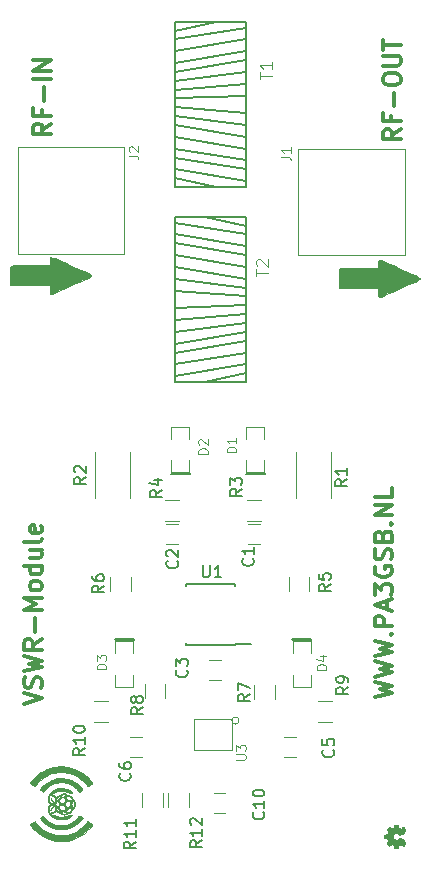
<source format=gto>
G04 #@! TF.FileFunction,Legend,Top*
%FSLAX46Y46*%
G04 Gerber Fmt 4.6, Leading zero omitted, Abs format (unit mm)*
G04 Created by KiCad (PCBNEW 4.0.6) date 01/05/18 17:09:47*
%MOMM*%
%LPD*%
G01*
G04 APERTURE LIST*
%ADD10C,0.100000*%
%ADD11C,0.300000*%
%ADD12C,0.120000*%
%ADD13C,0.150000*%
%ADD14C,0.002540*%
%ADD15C,0.010000*%
%ADD16C,0.125000*%
G04 APERTURE END LIST*
D10*
D11*
X143098571Y-55430000D02*
X142384286Y-55930000D01*
X143098571Y-56287143D02*
X141598571Y-56287143D01*
X141598571Y-55715715D01*
X141670000Y-55572857D01*
X141741429Y-55501429D01*
X141884286Y-55430000D01*
X142098571Y-55430000D01*
X142241429Y-55501429D01*
X142312857Y-55572857D01*
X142384286Y-55715715D01*
X142384286Y-56287143D01*
X142312857Y-54287143D02*
X142312857Y-54787143D01*
X143098571Y-54787143D02*
X141598571Y-54787143D01*
X141598571Y-54072857D01*
X142527143Y-53501429D02*
X142527143Y-52358572D01*
X141598571Y-51358572D02*
X141598571Y-51072858D01*
X141670000Y-50930000D01*
X141812857Y-50787143D01*
X142098571Y-50715715D01*
X142598571Y-50715715D01*
X142884286Y-50787143D01*
X143027143Y-50930000D01*
X143098571Y-51072858D01*
X143098571Y-51358572D01*
X143027143Y-51501429D01*
X142884286Y-51644286D01*
X142598571Y-51715715D01*
X142098571Y-51715715D01*
X141812857Y-51644286D01*
X141670000Y-51501429D01*
X141598571Y-51358572D01*
X141598571Y-50072857D02*
X142812857Y-50072857D01*
X142955714Y-50001429D01*
X143027143Y-49930000D01*
X143098571Y-49787143D01*
X143098571Y-49501429D01*
X143027143Y-49358571D01*
X142955714Y-49287143D01*
X142812857Y-49215714D01*
X141598571Y-49215714D01*
X141598571Y-48715714D02*
X141598571Y-47858571D01*
X143098571Y-48287142D02*
X141598571Y-48287142D01*
X113488571Y-54980000D02*
X112774286Y-55480000D01*
X113488571Y-55837143D02*
X111988571Y-55837143D01*
X111988571Y-55265715D01*
X112060000Y-55122857D01*
X112131429Y-55051429D01*
X112274286Y-54980000D01*
X112488571Y-54980000D01*
X112631429Y-55051429D01*
X112702857Y-55122857D01*
X112774286Y-55265715D01*
X112774286Y-55837143D01*
X112702857Y-53837143D02*
X112702857Y-54337143D01*
X113488571Y-54337143D02*
X111988571Y-54337143D01*
X111988571Y-53622857D01*
X112917143Y-53051429D02*
X112917143Y-51908572D01*
X113488571Y-51194286D02*
X111988571Y-51194286D01*
X113488571Y-50480000D02*
X111988571Y-50480000D01*
X113488571Y-49622857D01*
X111988571Y-49622857D01*
X111198571Y-104141428D02*
X112698571Y-103641428D01*
X111198571Y-103141428D01*
X112627143Y-102712857D02*
X112698571Y-102498571D01*
X112698571Y-102141428D01*
X112627143Y-101998571D01*
X112555714Y-101927142D01*
X112412857Y-101855714D01*
X112270000Y-101855714D01*
X112127143Y-101927142D01*
X112055714Y-101998571D01*
X111984286Y-102141428D01*
X111912857Y-102427142D01*
X111841429Y-102570000D01*
X111770000Y-102641428D01*
X111627143Y-102712857D01*
X111484286Y-102712857D01*
X111341429Y-102641428D01*
X111270000Y-102570000D01*
X111198571Y-102427142D01*
X111198571Y-102070000D01*
X111270000Y-101855714D01*
X111198571Y-101355714D02*
X112698571Y-100998571D01*
X111627143Y-100712857D01*
X112698571Y-100427143D01*
X111198571Y-100070000D01*
X112698571Y-98641428D02*
X111984286Y-99141428D01*
X112698571Y-99498571D02*
X111198571Y-99498571D01*
X111198571Y-98927143D01*
X111270000Y-98784285D01*
X111341429Y-98712857D01*
X111484286Y-98641428D01*
X111698571Y-98641428D01*
X111841429Y-98712857D01*
X111912857Y-98784285D01*
X111984286Y-98927143D01*
X111984286Y-99498571D01*
X112127143Y-97998571D02*
X112127143Y-96855714D01*
X112698571Y-96141428D02*
X111198571Y-96141428D01*
X112270000Y-95641428D01*
X111198571Y-95141428D01*
X112698571Y-95141428D01*
X112698571Y-94212856D02*
X112627143Y-94355714D01*
X112555714Y-94427142D01*
X112412857Y-94498571D01*
X111984286Y-94498571D01*
X111841429Y-94427142D01*
X111770000Y-94355714D01*
X111698571Y-94212856D01*
X111698571Y-93998571D01*
X111770000Y-93855714D01*
X111841429Y-93784285D01*
X111984286Y-93712856D01*
X112412857Y-93712856D01*
X112555714Y-93784285D01*
X112627143Y-93855714D01*
X112698571Y-93998571D01*
X112698571Y-94212856D01*
X112698571Y-92427142D02*
X111198571Y-92427142D01*
X112627143Y-92427142D02*
X112698571Y-92569999D01*
X112698571Y-92855713D01*
X112627143Y-92998571D01*
X112555714Y-93069999D01*
X112412857Y-93141428D01*
X111984286Y-93141428D01*
X111841429Y-93069999D01*
X111770000Y-92998571D01*
X111698571Y-92855713D01*
X111698571Y-92569999D01*
X111770000Y-92427142D01*
X111698571Y-91069999D02*
X112698571Y-91069999D01*
X111698571Y-91712856D02*
X112484286Y-91712856D01*
X112627143Y-91641428D01*
X112698571Y-91498570D01*
X112698571Y-91284285D01*
X112627143Y-91141428D01*
X112555714Y-91069999D01*
X112698571Y-90141427D02*
X112627143Y-90284285D01*
X112484286Y-90355713D01*
X111198571Y-90355713D01*
X112627143Y-88998571D02*
X112698571Y-89141428D01*
X112698571Y-89427142D01*
X112627143Y-89569999D01*
X112484286Y-89641428D01*
X111912857Y-89641428D01*
X111770000Y-89569999D01*
X111698571Y-89427142D01*
X111698571Y-89141428D01*
X111770000Y-88998571D01*
X111912857Y-88927142D01*
X112055714Y-88927142D01*
X112198571Y-89641428D01*
X140898571Y-103505714D02*
X142398571Y-103148571D01*
X141327143Y-102862857D01*
X142398571Y-102577143D01*
X140898571Y-102220000D01*
X140898571Y-101791428D02*
X142398571Y-101434285D01*
X141327143Y-101148571D01*
X142398571Y-100862857D01*
X140898571Y-100505714D01*
X140898571Y-100077142D02*
X142398571Y-99719999D01*
X141327143Y-99434285D01*
X142398571Y-99148571D01*
X140898571Y-98791428D01*
X142255714Y-98219999D02*
X142327143Y-98148571D01*
X142398571Y-98219999D01*
X142327143Y-98291428D01*
X142255714Y-98219999D01*
X142398571Y-98219999D01*
X142398571Y-97505713D02*
X140898571Y-97505713D01*
X140898571Y-96934285D01*
X140970000Y-96791427D01*
X141041429Y-96719999D01*
X141184286Y-96648570D01*
X141398571Y-96648570D01*
X141541429Y-96719999D01*
X141612857Y-96791427D01*
X141684286Y-96934285D01*
X141684286Y-97505713D01*
X141970000Y-96077142D02*
X141970000Y-95362856D01*
X142398571Y-96219999D02*
X140898571Y-95719999D01*
X142398571Y-95219999D01*
X140898571Y-94862856D02*
X140898571Y-93934285D01*
X141470000Y-94434285D01*
X141470000Y-94219999D01*
X141541429Y-94077142D01*
X141612857Y-94005713D01*
X141755714Y-93934285D01*
X142112857Y-93934285D01*
X142255714Y-94005713D01*
X142327143Y-94077142D01*
X142398571Y-94219999D01*
X142398571Y-94648571D01*
X142327143Y-94791428D01*
X142255714Y-94862856D01*
X140970000Y-92505714D02*
X140898571Y-92648571D01*
X140898571Y-92862857D01*
X140970000Y-93077142D01*
X141112857Y-93220000D01*
X141255714Y-93291428D01*
X141541429Y-93362857D01*
X141755714Y-93362857D01*
X142041429Y-93291428D01*
X142184286Y-93220000D01*
X142327143Y-93077142D01*
X142398571Y-92862857D01*
X142398571Y-92720000D01*
X142327143Y-92505714D01*
X142255714Y-92434285D01*
X141755714Y-92434285D01*
X141755714Y-92720000D01*
X142327143Y-91862857D02*
X142398571Y-91648571D01*
X142398571Y-91291428D01*
X142327143Y-91148571D01*
X142255714Y-91077142D01*
X142112857Y-91005714D01*
X141970000Y-91005714D01*
X141827143Y-91077142D01*
X141755714Y-91148571D01*
X141684286Y-91291428D01*
X141612857Y-91577142D01*
X141541429Y-91720000D01*
X141470000Y-91791428D01*
X141327143Y-91862857D01*
X141184286Y-91862857D01*
X141041429Y-91791428D01*
X140970000Y-91720000D01*
X140898571Y-91577142D01*
X140898571Y-91220000D01*
X140970000Y-91005714D01*
X141612857Y-89862857D02*
X141684286Y-89648571D01*
X141755714Y-89577143D01*
X141898571Y-89505714D01*
X142112857Y-89505714D01*
X142255714Y-89577143D01*
X142327143Y-89648571D01*
X142398571Y-89791429D01*
X142398571Y-90362857D01*
X140898571Y-90362857D01*
X140898571Y-89862857D01*
X140970000Y-89720000D01*
X141041429Y-89648571D01*
X141184286Y-89577143D01*
X141327143Y-89577143D01*
X141470000Y-89648571D01*
X141541429Y-89720000D01*
X141612857Y-89862857D01*
X141612857Y-90362857D01*
X142255714Y-88862857D02*
X142327143Y-88791429D01*
X142398571Y-88862857D01*
X142327143Y-88934286D01*
X142255714Y-88862857D01*
X142398571Y-88862857D01*
X142398571Y-88148571D02*
X140898571Y-88148571D01*
X142398571Y-87291428D01*
X140898571Y-87291428D01*
X142398571Y-85862856D02*
X142398571Y-86577142D01*
X140898571Y-86577142D01*
D12*
X130220000Y-90570000D02*
X131220000Y-90570000D01*
X131220000Y-88870000D02*
X130220000Y-88870000D01*
X123220000Y-90570000D02*
X124220000Y-90570000D01*
X124220000Y-88870000D02*
X123220000Y-88870000D01*
X126881000Y-102069000D02*
X127881000Y-102069000D01*
X127881000Y-100369000D02*
X126881000Y-100369000D01*
X134220000Y-106870000D02*
X133220000Y-106870000D01*
X133220000Y-108570000D02*
X134220000Y-108570000D01*
X121220000Y-106870000D02*
X120220000Y-106870000D01*
X120220000Y-108570000D02*
X121220000Y-108570000D01*
X127262000Y-113372000D02*
X128262000Y-113372000D01*
X128262000Y-111672000D02*
X127262000Y-111672000D01*
D13*
X131610000Y-84650000D02*
X130010000Y-84650000D01*
D10*
X131610000Y-84550000D02*
X130010000Y-84550000D01*
X130048000Y-81642000D02*
X130048000Y-80626000D01*
X130048000Y-80626000D02*
X131572000Y-80626000D01*
X131572000Y-80626000D02*
X131572000Y-81642000D01*
X131572000Y-83458000D02*
X131572000Y-84474000D01*
X131572000Y-84474000D02*
X130048000Y-84474000D01*
X130048000Y-84474000D02*
X130048000Y-83458000D01*
D13*
X125260000Y-84650000D02*
X123660000Y-84650000D01*
D10*
X125260000Y-84550000D02*
X123660000Y-84550000D01*
X123698000Y-81642000D02*
X123698000Y-80626000D01*
X123698000Y-80626000D02*
X125222000Y-80626000D01*
X125222000Y-80626000D02*
X125222000Y-81642000D01*
X125222000Y-83458000D02*
X125222000Y-84474000D01*
X125222000Y-84474000D02*
X123698000Y-84474000D01*
X123698000Y-84474000D02*
X123698000Y-83458000D01*
D13*
X118920000Y-98620000D02*
X120520000Y-98620000D01*
D10*
X118920000Y-98720000D02*
X120520000Y-98720000D01*
X120482000Y-101628000D02*
X120482000Y-102644000D01*
X120482000Y-102644000D02*
X118958000Y-102644000D01*
X118958000Y-102644000D02*
X118958000Y-101628000D01*
X118958000Y-99812000D02*
X118958000Y-98796000D01*
X118958000Y-98796000D02*
X120482000Y-98796000D01*
X120482000Y-98796000D02*
X120482000Y-99812000D01*
D13*
X133920000Y-98620000D02*
X135520000Y-98620000D01*
D10*
X133920000Y-98720000D02*
X135520000Y-98720000D01*
X135482000Y-101628000D02*
X135482000Y-102644000D01*
X135482000Y-102644000D02*
X133958000Y-102644000D01*
X133958000Y-102644000D02*
X133958000Y-101628000D01*
X133958000Y-99812000D02*
X133958000Y-98796000D01*
X133958000Y-98796000D02*
X135482000Y-98796000D01*
X135482000Y-98796000D02*
X135482000Y-99812000D01*
X134438000Y-57095000D02*
X134438000Y-66095000D01*
X134438000Y-66095000D02*
X143438000Y-66095000D01*
X143438000Y-66095000D02*
X143438000Y-57095000D01*
X143438000Y-57095000D02*
X134438000Y-57095000D01*
X119689000Y-56968000D02*
X110689000Y-56968000D01*
X110689000Y-56968000D02*
X110689000Y-65968000D01*
X110689000Y-65968000D02*
X119689000Y-65968000D01*
X119689000Y-65968000D02*
X119689000Y-56968000D01*
D12*
X137200000Y-82770000D02*
X137200000Y-86670000D01*
X134240000Y-86670000D02*
X134240000Y-82770000D01*
X117240000Y-86670000D02*
X117240000Y-82770000D01*
X120200000Y-82770000D02*
X120200000Y-86670000D01*
X130120000Y-86840000D02*
X131320000Y-86840000D01*
X131320000Y-88600000D02*
X130120000Y-88600000D01*
X123120000Y-86840000D02*
X124320000Y-86840000D01*
X124320000Y-88600000D02*
X123120000Y-88600000D01*
X133613000Y-94580000D02*
X133613000Y-93380000D01*
X135373000Y-93380000D02*
X135373000Y-94580000D01*
X118500000Y-94580000D02*
X118500000Y-93380000D01*
X120260000Y-93380000D02*
X120260000Y-94580000D01*
X132452000Y-102524000D02*
X132452000Y-103724000D01*
X130692000Y-103724000D02*
X130692000Y-102524000D01*
X123181000Y-102397000D02*
X123181000Y-103597000D01*
X121421000Y-103597000D02*
X121421000Y-102397000D01*
X137320000Y-105600000D02*
X136120000Y-105600000D01*
X136120000Y-103840000D02*
X137320000Y-103840000D01*
X118320000Y-105600000D02*
X117120000Y-105600000D01*
X117120000Y-103840000D02*
X118320000Y-103840000D01*
X123000000Y-111620000D02*
X123000000Y-112820000D01*
X121240000Y-112820000D02*
X121240000Y-111620000D01*
X125200000Y-111620000D02*
X125200000Y-112820000D01*
X123440000Y-112820000D02*
X123440000Y-111620000D01*
D13*
X129075000Y-99095000D02*
X129075000Y-99045000D01*
X124925000Y-99095000D02*
X124925000Y-98950000D01*
X124925000Y-93945000D02*
X124925000Y-94090000D01*
X129075000Y-93945000D02*
X129075000Y-94090000D01*
X129075000Y-99095000D02*
X124925000Y-99095000D01*
X129075000Y-93945000D02*
X124925000Y-93945000D01*
X129075000Y-99045000D02*
X130475000Y-99045000D01*
D10*
X129420000Y-105520000D02*
G75*
G03X129420000Y-105520000I-300000J0D01*
G01*
X128820000Y-108020000D02*
X125620000Y-108020000D01*
X125620000Y-108020000D02*
X125620000Y-105420000D01*
X125620000Y-105420000D02*
X128820000Y-105420000D01*
X128820000Y-105420000D02*
X128820000Y-108020000D01*
D13*
X124000000Y-60340000D02*
X124000000Y-53340000D01*
X130000000Y-60340000D02*
X124000000Y-60340000D01*
X130000000Y-46340000D02*
X130000000Y-60340000D01*
X124000000Y-46340000D02*
X130000000Y-46340000D01*
X124000000Y-53340000D02*
X124000000Y-46340000D01*
X124000000Y-52840000D02*
X130000000Y-52590000D01*
X124000000Y-53590000D02*
X130000000Y-54090000D01*
X124000000Y-52090000D02*
X130000000Y-51590000D01*
X124000000Y-51340000D02*
X130000000Y-50590000D01*
X124000000Y-50590000D02*
X130000000Y-49590000D01*
X124000000Y-49840000D02*
X130000000Y-48840000D01*
X124000000Y-48840000D02*
X130000000Y-47840000D01*
X124000000Y-47840000D02*
X130000000Y-46840000D01*
X124000000Y-47090000D02*
X127500000Y-46340000D01*
X124000000Y-54340000D02*
X130000000Y-55090000D01*
X124000000Y-55090000D02*
X130000000Y-56090000D01*
X124000000Y-56090000D02*
X130000000Y-57090000D01*
X124000000Y-57090000D02*
X130000000Y-58090000D01*
X124000000Y-57840000D02*
X130000000Y-58840000D01*
X124000000Y-58840000D02*
X130000000Y-59840000D01*
X124000000Y-59590000D02*
X127500000Y-60340000D01*
X124000000Y-59590000D02*
X127500000Y-60340000D01*
X124000000Y-58840000D02*
X130000000Y-59840000D01*
X124000000Y-57840000D02*
X130000000Y-58840000D01*
X124000000Y-57090000D02*
X130000000Y-58090000D01*
X124000000Y-56090000D02*
X130000000Y-57090000D01*
X124000000Y-55090000D02*
X130000000Y-56090000D01*
X124000000Y-54340000D02*
X130000000Y-55090000D01*
X124000000Y-47090000D02*
X127500000Y-46340000D01*
X124000000Y-47840000D02*
X130000000Y-46840000D01*
X124000000Y-48840000D02*
X130000000Y-47840000D01*
X124000000Y-49840000D02*
X130000000Y-48840000D01*
X124000000Y-50590000D02*
X130000000Y-49590000D01*
X124000000Y-51340000D02*
X130000000Y-50590000D01*
X124000000Y-52090000D02*
X130000000Y-51590000D01*
X124000000Y-53590000D02*
X130000000Y-54090000D01*
X124000000Y-52840000D02*
X130000000Y-52590000D01*
X124000000Y-53340000D02*
X124000000Y-46340000D01*
X124000000Y-46340000D02*
X130000000Y-46340000D01*
X130000000Y-46340000D02*
X130000000Y-60340000D01*
X130000000Y-60340000D02*
X124000000Y-60340000D01*
X124000000Y-60340000D02*
X124000000Y-53340000D01*
X130000000Y-62850000D02*
X130000000Y-69850000D01*
X124000000Y-62850000D02*
X130000000Y-62850000D01*
X124000000Y-76850000D02*
X124000000Y-62850000D01*
X130000000Y-76850000D02*
X124000000Y-76850000D01*
X130000000Y-69850000D02*
X130000000Y-76850000D01*
X130000000Y-70350000D02*
X124000000Y-70600000D01*
X130000000Y-69600000D02*
X124000000Y-69100000D01*
X130000000Y-71100000D02*
X124000000Y-71600000D01*
X130000000Y-71850000D02*
X124000000Y-72600000D01*
X130000000Y-72600000D02*
X124000000Y-73600000D01*
X130000000Y-73350000D02*
X124000000Y-74350000D01*
X130000000Y-74350000D02*
X124000000Y-75350000D01*
X130000000Y-75350000D02*
X124000000Y-76350000D01*
X130000000Y-76100000D02*
X126500000Y-76850000D01*
X130000000Y-68850000D02*
X124000000Y-68100000D01*
X130000000Y-68100000D02*
X124000000Y-67100000D01*
X130000000Y-67100000D02*
X124000000Y-66100000D01*
X130000000Y-66100000D02*
X124000000Y-65100000D01*
X130000000Y-65350000D02*
X124000000Y-64350000D01*
X130000000Y-64350000D02*
X124000000Y-63350000D01*
X130000000Y-63600000D02*
X126500000Y-62850000D01*
X130000000Y-63600000D02*
X126500000Y-62850000D01*
X130000000Y-64350000D02*
X124000000Y-63350000D01*
X130000000Y-65350000D02*
X124000000Y-64350000D01*
X130000000Y-66100000D02*
X124000000Y-65100000D01*
X130000000Y-67100000D02*
X124000000Y-66100000D01*
X130000000Y-68100000D02*
X124000000Y-67100000D01*
X130000000Y-68850000D02*
X124000000Y-68100000D01*
X130000000Y-76100000D02*
X126500000Y-76850000D01*
X130000000Y-75350000D02*
X124000000Y-76350000D01*
X130000000Y-74350000D02*
X124000000Y-75350000D01*
X130000000Y-73350000D02*
X124000000Y-74350000D01*
X130000000Y-72600000D02*
X124000000Y-73600000D01*
X130000000Y-71850000D02*
X124000000Y-72600000D01*
X130000000Y-71100000D02*
X124000000Y-71600000D01*
X130000000Y-69600000D02*
X124000000Y-69100000D01*
X130000000Y-70350000D02*
X124000000Y-70600000D01*
X130000000Y-69850000D02*
X130000000Y-76850000D01*
X130000000Y-76850000D02*
X124000000Y-76850000D01*
X124000000Y-76850000D02*
X124000000Y-62850000D01*
X124000000Y-62850000D02*
X130000000Y-62850000D01*
X130000000Y-62850000D02*
X130000000Y-69850000D01*
D14*
G36*
X143516620Y-115924520D02*
X143511540Y-115914360D01*
X143496300Y-115891500D01*
X143475980Y-115858480D01*
X143448040Y-115817840D01*
X143422640Y-115779740D01*
X143399780Y-115746720D01*
X143384540Y-115723860D01*
X143379460Y-115713700D01*
X143382000Y-115708620D01*
X143392160Y-115690840D01*
X143404860Y-115662900D01*
X143412480Y-115647660D01*
X143425180Y-115622260D01*
X143427720Y-115609560D01*
X143422640Y-115607020D01*
X143404860Y-115596860D01*
X143371840Y-115584160D01*
X143328660Y-115563840D01*
X143277860Y-115543520D01*
X143221980Y-115520660D01*
X143166100Y-115497800D01*
X143112760Y-115474940D01*
X143064500Y-115454620D01*
X143026400Y-115439380D01*
X142998460Y-115429220D01*
X142988300Y-115424140D01*
X142985760Y-115426680D01*
X142973060Y-115439380D01*
X142957820Y-115459700D01*
X142917180Y-115507960D01*
X142858760Y-115553680D01*
X142792720Y-115584160D01*
X142719060Y-115591780D01*
X142653020Y-115584160D01*
X142589520Y-115558760D01*
X142528560Y-115513040D01*
X142485380Y-115457160D01*
X142457440Y-115391120D01*
X142449820Y-115320000D01*
X142457440Y-115251420D01*
X142482840Y-115185380D01*
X142528560Y-115124420D01*
X142556500Y-115101560D01*
X142617460Y-115066000D01*
X142678420Y-115045680D01*
X142693660Y-115045680D01*
X142764780Y-115048220D01*
X142833360Y-115068540D01*
X142891780Y-115104100D01*
X142942580Y-115157440D01*
X142947660Y-115162520D01*
X142965440Y-115187920D01*
X142975600Y-115203160D01*
X142985760Y-115215860D01*
X143201660Y-115126960D01*
X143237220Y-115111720D01*
X143295640Y-115086320D01*
X143346440Y-115066000D01*
X143387080Y-115048220D01*
X143412480Y-115035520D01*
X143425180Y-115030440D01*
X143425180Y-115030440D01*
X143425180Y-115022820D01*
X143420100Y-115007580D01*
X143404860Y-114977100D01*
X143394700Y-114956780D01*
X143384540Y-114933920D01*
X143379460Y-114923760D01*
X143384540Y-114913600D01*
X143399780Y-114893280D01*
X143420100Y-114860260D01*
X143445500Y-114822160D01*
X143470900Y-114786600D01*
X143493760Y-114751040D01*
X143509000Y-114728180D01*
X143516620Y-114715480D01*
X143516620Y-114712940D01*
X143509000Y-114702780D01*
X143493760Y-114682460D01*
X143465820Y-114654520D01*
X143425180Y-114613880D01*
X143420100Y-114606260D01*
X143384540Y-114573240D01*
X143354060Y-114545300D01*
X143333740Y-114524980D01*
X143326120Y-114519900D01*
X143326120Y-114519900D01*
X143313420Y-114524980D01*
X143288020Y-114540220D01*
X143255000Y-114563080D01*
X143214360Y-114591020D01*
X143110220Y-114662140D01*
X143013700Y-114621500D01*
X142983220Y-114611340D01*
X142947660Y-114596100D01*
X142922260Y-114583400D01*
X142909560Y-114578320D01*
X142907020Y-114568160D01*
X142899400Y-114540220D01*
X142891780Y-114502120D01*
X142884160Y-114456400D01*
X142874000Y-114410680D01*
X142866380Y-114372580D01*
X142861300Y-114342100D01*
X142858760Y-114329400D01*
X142856220Y-114326860D01*
X142851140Y-114324320D01*
X142838440Y-114321780D01*
X142813040Y-114321780D01*
X142774940Y-114321780D01*
X142719060Y-114321780D01*
X142713980Y-114321780D01*
X142660640Y-114321780D01*
X142620000Y-114321780D01*
X142594600Y-114324320D01*
X142584440Y-114326860D01*
X142584440Y-114326860D01*
X142579360Y-114339560D01*
X142574280Y-114367500D01*
X142566660Y-114405600D01*
X142556500Y-114453860D01*
X142556500Y-114456400D01*
X142548880Y-114504660D01*
X142538720Y-114542760D01*
X142533640Y-114570700D01*
X142528560Y-114583400D01*
X142526020Y-114585940D01*
X142508240Y-114596100D01*
X142477760Y-114608800D01*
X142442200Y-114624040D01*
X142406640Y-114639280D01*
X142371080Y-114654520D01*
X142348220Y-114662140D01*
X142335520Y-114664680D01*
X142335520Y-114664680D01*
X142325360Y-114657060D01*
X142299960Y-114641820D01*
X142266940Y-114618960D01*
X142226300Y-114591020D01*
X142221220Y-114588480D01*
X142183120Y-114560540D01*
X142147560Y-114540220D01*
X142124700Y-114524980D01*
X142114540Y-114519900D01*
X142112000Y-114519900D01*
X142101840Y-114527520D01*
X142078980Y-114547840D01*
X142048500Y-114578320D01*
X142012940Y-114613880D01*
X142002780Y-114624040D01*
X141964680Y-114662140D01*
X141939280Y-114690080D01*
X141926580Y-114707860D01*
X141921500Y-114715480D01*
X141924040Y-114715480D01*
X141929120Y-114728180D01*
X141946900Y-114753580D01*
X141969760Y-114786600D01*
X141997700Y-114827240D01*
X142000240Y-114829780D01*
X142025640Y-114870420D01*
X142048500Y-114903440D01*
X142063740Y-114926300D01*
X142071360Y-114936460D01*
X142071360Y-114939000D01*
X142066280Y-114954240D01*
X142056120Y-114984720D01*
X142043420Y-115017740D01*
X142028180Y-115055840D01*
X142012940Y-115088860D01*
X142002780Y-115114260D01*
X141995160Y-115126960D01*
X141995160Y-115126960D01*
X141979920Y-115132040D01*
X141949440Y-115137120D01*
X141908800Y-115147280D01*
X141860540Y-115154900D01*
X141852920Y-115157440D01*
X141804660Y-115165060D01*
X141766560Y-115172680D01*
X141738620Y-115180300D01*
X141725920Y-115182840D01*
X141725920Y-115187920D01*
X141723380Y-115213320D01*
X141723380Y-115248880D01*
X141723380Y-115292060D01*
X141723380Y-115335240D01*
X141723380Y-115378420D01*
X141725920Y-115416520D01*
X141725920Y-115441920D01*
X141728460Y-115454620D01*
X141731000Y-115454620D01*
X141743700Y-115459700D01*
X141774180Y-115464780D01*
X141814820Y-115474940D01*
X141865620Y-115482560D01*
X141873240Y-115485100D01*
X141921500Y-115492720D01*
X141959600Y-115502880D01*
X141987540Y-115507960D01*
X141997700Y-115510500D01*
X142000240Y-115515580D01*
X142007860Y-115533360D01*
X142020560Y-115566380D01*
X142038340Y-115607020D01*
X142073900Y-115698460D01*
X141997700Y-115810220D01*
X141990080Y-115820380D01*
X141962140Y-115861020D01*
X141941820Y-115894040D01*
X141926580Y-115916900D01*
X141921500Y-115927060D01*
X141921500Y-115927060D01*
X141931660Y-115937220D01*
X141951980Y-115960080D01*
X141982460Y-115990560D01*
X142015480Y-116026120D01*
X142043420Y-116051520D01*
X142073900Y-116082000D01*
X142094220Y-116102320D01*
X142109460Y-116112480D01*
X142117080Y-116117560D01*
X142122160Y-116115020D01*
X142134860Y-116109940D01*
X142157720Y-116092160D01*
X142193280Y-116069300D01*
X142231380Y-116041360D01*
X142266940Y-116018500D01*
X142302500Y-115995640D01*
X142330440Y-115980400D01*
X142343140Y-115972780D01*
X142348220Y-115975320D01*
X142371080Y-115982940D01*
X142404100Y-115995640D01*
X142444740Y-116013420D01*
X142533640Y-116051520D01*
X142543800Y-116109940D01*
X142551420Y-116145500D01*
X142559040Y-116196300D01*
X142569200Y-116242020D01*
X142584440Y-116315680D01*
X142851140Y-116318220D01*
X142856220Y-116308060D01*
X142861300Y-116295360D01*
X142866380Y-116269960D01*
X142874000Y-116229320D01*
X142881620Y-116183600D01*
X142889240Y-116145500D01*
X142896860Y-116104860D01*
X142901940Y-116076920D01*
X142904480Y-116064220D01*
X142909560Y-116061680D01*
X142929880Y-116051520D01*
X142960360Y-116036280D01*
X142995920Y-116021040D01*
X143034020Y-116005800D01*
X143069580Y-115993100D01*
X143094980Y-115982940D01*
X143110220Y-115977860D01*
X143120380Y-115982940D01*
X143143240Y-115998180D01*
X143176260Y-116021040D01*
X143214360Y-116046440D01*
X143255000Y-116074380D01*
X143288020Y-116097240D01*
X143313420Y-116112480D01*
X143323580Y-116120100D01*
X143331200Y-116115020D01*
X143348980Y-116099780D01*
X143379460Y-116071840D01*
X143425180Y-116026120D01*
X143430260Y-116018500D01*
X143465820Y-115985480D01*
X143491220Y-115955000D01*
X143511540Y-115934680D01*
X143516620Y-115924520D01*
X143516620Y-115924520D01*
G37*
X143516620Y-115924520D02*
X143511540Y-115914360D01*
X143496300Y-115891500D01*
X143475980Y-115858480D01*
X143448040Y-115817840D01*
X143422640Y-115779740D01*
X143399780Y-115746720D01*
X143384540Y-115723860D01*
X143379460Y-115713700D01*
X143382000Y-115708620D01*
X143392160Y-115690840D01*
X143404860Y-115662900D01*
X143412480Y-115647660D01*
X143425180Y-115622260D01*
X143427720Y-115609560D01*
X143422640Y-115607020D01*
X143404860Y-115596860D01*
X143371840Y-115584160D01*
X143328660Y-115563840D01*
X143277860Y-115543520D01*
X143221980Y-115520660D01*
X143166100Y-115497800D01*
X143112760Y-115474940D01*
X143064500Y-115454620D01*
X143026400Y-115439380D01*
X142998460Y-115429220D01*
X142988300Y-115424140D01*
X142985760Y-115426680D01*
X142973060Y-115439380D01*
X142957820Y-115459700D01*
X142917180Y-115507960D01*
X142858760Y-115553680D01*
X142792720Y-115584160D01*
X142719060Y-115591780D01*
X142653020Y-115584160D01*
X142589520Y-115558760D01*
X142528560Y-115513040D01*
X142485380Y-115457160D01*
X142457440Y-115391120D01*
X142449820Y-115320000D01*
X142457440Y-115251420D01*
X142482840Y-115185380D01*
X142528560Y-115124420D01*
X142556500Y-115101560D01*
X142617460Y-115066000D01*
X142678420Y-115045680D01*
X142693660Y-115045680D01*
X142764780Y-115048220D01*
X142833360Y-115068540D01*
X142891780Y-115104100D01*
X142942580Y-115157440D01*
X142947660Y-115162520D01*
X142965440Y-115187920D01*
X142975600Y-115203160D01*
X142985760Y-115215860D01*
X143201660Y-115126960D01*
X143237220Y-115111720D01*
X143295640Y-115086320D01*
X143346440Y-115066000D01*
X143387080Y-115048220D01*
X143412480Y-115035520D01*
X143425180Y-115030440D01*
X143425180Y-115030440D01*
X143425180Y-115022820D01*
X143420100Y-115007580D01*
X143404860Y-114977100D01*
X143394700Y-114956780D01*
X143384540Y-114933920D01*
X143379460Y-114923760D01*
X143384540Y-114913600D01*
X143399780Y-114893280D01*
X143420100Y-114860260D01*
X143445500Y-114822160D01*
X143470900Y-114786600D01*
X143493760Y-114751040D01*
X143509000Y-114728180D01*
X143516620Y-114715480D01*
X143516620Y-114712940D01*
X143509000Y-114702780D01*
X143493760Y-114682460D01*
X143465820Y-114654520D01*
X143425180Y-114613880D01*
X143420100Y-114606260D01*
X143384540Y-114573240D01*
X143354060Y-114545300D01*
X143333740Y-114524980D01*
X143326120Y-114519900D01*
X143326120Y-114519900D01*
X143313420Y-114524980D01*
X143288020Y-114540220D01*
X143255000Y-114563080D01*
X143214360Y-114591020D01*
X143110220Y-114662140D01*
X143013700Y-114621500D01*
X142983220Y-114611340D01*
X142947660Y-114596100D01*
X142922260Y-114583400D01*
X142909560Y-114578320D01*
X142907020Y-114568160D01*
X142899400Y-114540220D01*
X142891780Y-114502120D01*
X142884160Y-114456400D01*
X142874000Y-114410680D01*
X142866380Y-114372580D01*
X142861300Y-114342100D01*
X142858760Y-114329400D01*
X142856220Y-114326860D01*
X142851140Y-114324320D01*
X142838440Y-114321780D01*
X142813040Y-114321780D01*
X142774940Y-114321780D01*
X142719060Y-114321780D01*
X142713980Y-114321780D01*
X142660640Y-114321780D01*
X142620000Y-114321780D01*
X142594600Y-114324320D01*
X142584440Y-114326860D01*
X142584440Y-114326860D01*
X142579360Y-114339560D01*
X142574280Y-114367500D01*
X142566660Y-114405600D01*
X142556500Y-114453860D01*
X142556500Y-114456400D01*
X142548880Y-114504660D01*
X142538720Y-114542760D01*
X142533640Y-114570700D01*
X142528560Y-114583400D01*
X142526020Y-114585940D01*
X142508240Y-114596100D01*
X142477760Y-114608800D01*
X142442200Y-114624040D01*
X142406640Y-114639280D01*
X142371080Y-114654520D01*
X142348220Y-114662140D01*
X142335520Y-114664680D01*
X142335520Y-114664680D01*
X142325360Y-114657060D01*
X142299960Y-114641820D01*
X142266940Y-114618960D01*
X142226300Y-114591020D01*
X142221220Y-114588480D01*
X142183120Y-114560540D01*
X142147560Y-114540220D01*
X142124700Y-114524980D01*
X142114540Y-114519900D01*
X142112000Y-114519900D01*
X142101840Y-114527520D01*
X142078980Y-114547840D01*
X142048500Y-114578320D01*
X142012940Y-114613880D01*
X142002780Y-114624040D01*
X141964680Y-114662140D01*
X141939280Y-114690080D01*
X141926580Y-114707860D01*
X141921500Y-114715480D01*
X141924040Y-114715480D01*
X141929120Y-114728180D01*
X141946900Y-114753580D01*
X141969760Y-114786600D01*
X141997700Y-114827240D01*
X142000240Y-114829780D01*
X142025640Y-114870420D01*
X142048500Y-114903440D01*
X142063740Y-114926300D01*
X142071360Y-114936460D01*
X142071360Y-114939000D01*
X142066280Y-114954240D01*
X142056120Y-114984720D01*
X142043420Y-115017740D01*
X142028180Y-115055840D01*
X142012940Y-115088860D01*
X142002780Y-115114260D01*
X141995160Y-115126960D01*
X141995160Y-115126960D01*
X141979920Y-115132040D01*
X141949440Y-115137120D01*
X141908800Y-115147280D01*
X141860540Y-115154900D01*
X141852920Y-115157440D01*
X141804660Y-115165060D01*
X141766560Y-115172680D01*
X141738620Y-115180300D01*
X141725920Y-115182840D01*
X141725920Y-115187920D01*
X141723380Y-115213320D01*
X141723380Y-115248880D01*
X141723380Y-115292060D01*
X141723380Y-115335240D01*
X141723380Y-115378420D01*
X141725920Y-115416520D01*
X141725920Y-115441920D01*
X141728460Y-115454620D01*
X141731000Y-115454620D01*
X141743700Y-115459700D01*
X141774180Y-115464780D01*
X141814820Y-115474940D01*
X141865620Y-115482560D01*
X141873240Y-115485100D01*
X141921500Y-115492720D01*
X141959600Y-115502880D01*
X141987540Y-115507960D01*
X141997700Y-115510500D01*
X142000240Y-115515580D01*
X142007860Y-115533360D01*
X142020560Y-115566380D01*
X142038340Y-115607020D01*
X142073900Y-115698460D01*
X141997700Y-115810220D01*
X141990080Y-115820380D01*
X141962140Y-115861020D01*
X141941820Y-115894040D01*
X141926580Y-115916900D01*
X141921500Y-115927060D01*
X141921500Y-115927060D01*
X141931660Y-115937220D01*
X141951980Y-115960080D01*
X141982460Y-115990560D01*
X142015480Y-116026120D01*
X142043420Y-116051520D01*
X142073900Y-116082000D01*
X142094220Y-116102320D01*
X142109460Y-116112480D01*
X142117080Y-116117560D01*
X142122160Y-116115020D01*
X142134860Y-116109940D01*
X142157720Y-116092160D01*
X142193280Y-116069300D01*
X142231380Y-116041360D01*
X142266940Y-116018500D01*
X142302500Y-115995640D01*
X142330440Y-115980400D01*
X142343140Y-115972780D01*
X142348220Y-115975320D01*
X142371080Y-115982940D01*
X142404100Y-115995640D01*
X142444740Y-116013420D01*
X142533640Y-116051520D01*
X142543800Y-116109940D01*
X142551420Y-116145500D01*
X142559040Y-116196300D01*
X142569200Y-116242020D01*
X142584440Y-116315680D01*
X142851140Y-116318220D01*
X142856220Y-116308060D01*
X142861300Y-116295360D01*
X142866380Y-116269960D01*
X142874000Y-116229320D01*
X142881620Y-116183600D01*
X142889240Y-116145500D01*
X142896860Y-116104860D01*
X142901940Y-116076920D01*
X142904480Y-116064220D01*
X142909560Y-116061680D01*
X142929880Y-116051520D01*
X142960360Y-116036280D01*
X142995920Y-116021040D01*
X143034020Y-116005800D01*
X143069580Y-115993100D01*
X143094980Y-115982940D01*
X143110220Y-115977860D01*
X143120380Y-115982940D01*
X143143240Y-115998180D01*
X143176260Y-116021040D01*
X143214360Y-116046440D01*
X143255000Y-116074380D01*
X143288020Y-116097240D01*
X143313420Y-116112480D01*
X143323580Y-116120100D01*
X143331200Y-116115020D01*
X143348980Y-116099780D01*
X143379460Y-116071840D01*
X143425180Y-116026120D01*
X143430260Y-116018500D01*
X143465820Y-115985480D01*
X143491220Y-115955000D01*
X143511540Y-115934680D01*
X143516620Y-115924520D01*
D15*
G36*
X111916850Y-114169348D02*
X111980500Y-114127937D01*
X112036585Y-114091759D01*
X112081760Y-114062945D01*
X112112677Y-114043631D01*
X112125989Y-114035949D01*
X112126199Y-114035900D01*
X112135404Y-114045395D01*
X112156484Y-114071129D01*
X112186134Y-114108975D01*
X112215184Y-114147025D01*
X112381776Y-114347598D01*
X112564282Y-114529994D01*
X112761147Y-114693169D01*
X112970819Y-114836079D01*
X113191743Y-114957678D01*
X113422365Y-115056920D01*
X113661130Y-115132761D01*
X113693269Y-115140992D01*
X113846932Y-115174920D01*
X113996510Y-115198384D01*
X114150784Y-115212401D01*
X114318535Y-115217983D01*
X114361750Y-115218180D01*
X114627737Y-115206643D01*
X114883101Y-115172083D01*
X115128172Y-115114359D01*
X115363287Y-115033331D01*
X115588777Y-114928860D01*
X115804976Y-114800806D01*
X116012218Y-114649029D01*
X116210836Y-114473390D01*
X116263485Y-114421397D01*
X116322368Y-114359687D01*
X116384767Y-114290584D01*
X116443641Y-114222101D01*
X116491944Y-114162250D01*
X116496300Y-114156550D01*
X116533774Y-114107940D01*
X116566226Y-114067275D01*
X116590368Y-114038577D01*
X116602913Y-114025866D01*
X116603358Y-114025644D01*
X116616898Y-114030979D01*
X116647278Y-114047971D01*
X116690424Y-114073978D01*
X116742261Y-114106355D01*
X116798716Y-114142459D01*
X116855712Y-114179646D01*
X116909177Y-114215272D01*
X116955035Y-114246693D01*
X116989213Y-114271267D01*
X117007635Y-114286348D01*
X117009700Y-114289307D01*
X117002750Y-114303099D01*
X116984063Y-114332441D01*
X116956878Y-114372372D01*
X116937992Y-114399131D01*
X116767986Y-114615412D01*
X116578362Y-114816846D01*
X116371326Y-115001578D01*
X116149083Y-115167755D01*
X115913841Y-115313522D01*
X115746050Y-115400774D01*
X115482454Y-115513983D01*
X115213869Y-115602825D01*
X114941569Y-115667261D01*
X114666827Y-115707255D01*
X114390915Y-115722769D01*
X114115106Y-115713765D01*
X113840674Y-115680205D01*
X113568891Y-115622052D01*
X113301030Y-115539268D01*
X113142880Y-115477823D01*
X112881750Y-115355156D01*
X112636723Y-115212848D01*
X112407690Y-115050812D01*
X112194540Y-114868959D01*
X111997163Y-114667203D01*
X111815450Y-114445455D01*
X111764475Y-114375723D01*
X111712541Y-114302796D01*
X111916850Y-114169348D01*
X111916850Y-114169348D01*
G37*
X111916850Y-114169348D02*
X111980500Y-114127937D01*
X112036585Y-114091759D01*
X112081760Y-114062945D01*
X112112677Y-114043631D01*
X112125989Y-114035949D01*
X112126199Y-114035900D01*
X112135404Y-114045395D01*
X112156484Y-114071129D01*
X112186134Y-114108975D01*
X112215184Y-114147025D01*
X112381776Y-114347598D01*
X112564282Y-114529994D01*
X112761147Y-114693169D01*
X112970819Y-114836079D01*
X113191743Y-114957678D01*
X113422365Y-115056920D01*
X113661130Y-115132761D01*
X113693269Y-115140992D01*
X113846932Y-115174920D01*
X113996510Y-115198384D01*
X114150784Y-115212401D01*
X114318535Y-115217983D01*
X114361750Y-115218180D01*
X114627737Y-115206643D01*
X114883101Y-115172083D01*
X115128172Y-115114359D01*
X115363287Y-115033331D01*
X115588777Y-114928860D01*
X115804976Y-114800806D01*
X116012218Y-114649029D01*
X116210836Y-114473390D01*
X116263485Y-114421397D01*
X116322368Y-114359687D01*
X116384767Y-114290584D01*
X116443641Y-114222101D01*
X116491944Y-114162250D01*
X116496300Y-114156550D01*
X116533774Y-114107940D01*
X116566226Y-114067275D01*
X116590368Y-114038577D01*
X116602913Y-114025866D01*
X116603358Y-114025644D01*
X116616898Y-114030979D01*
X116647278Y-114047971D01*
X116690424Y-114073978D01*
X116742261Y-114106355D01*
X116798716Y-114142459D01*
X116855712Y-114179646D01*
X116909177Y-114215272D01*
X116955035Y-114246693D01*
X116989213Y-114271267D01*
X117007635Y-114286348D01*
X117009700Y-114289307D01*
X117002750Y-114303099D01*
X116984063Y-114332441D01*
X116956878Y-114372372D01*
X116937992Y-114399131D01*
X116767986Y-114615412D01*
X116578362Y-114816846D01*
X116371326Y-115001578D01*
X116149083Y-115167755D01*
X115913841Y-115313522D01*
X115746050Y-115400774D01*
X115482454Y-115513983D01*
X115213869Y-115602825D01*
X114941569Y-115667261D01*
X114666827Y-115707255D01*
X114390915Y-115722769D01*
X114115106Y-115713765D01*
X113840674Y-115680205D01*
X113568891Y-115622052D01*
X113301030Y-115539268D01*
X113142880Y-115477823D01*
X112881750Y-115355156D01*
X112636723Y-115212848D01*
X112407690Y-115050812D01*
X112194540Y-114868959D01*
X111997163Y-114667203D01*
X111815450Y-114445455D01*
X111764475Y-114375723D01*
X111712541Y-114302796D01*
X111916850Y-114169348D01*
G36*
X111733768Y-110781058D02*
X111753717Y-110750356D01*
X111783566Y-110707624D01*
X111820531Y-110656921D01*
X111833505Y-110639547D01*
X112009172Y-110426597D01*
X112202805Y-110230856D01*
X112412955Y-110053157D01*
X112638171Y-109894333D01*
X112877003Y-109755217D01*
X113128001Y-109636642D01*
X113389714Y-109539443D01*
X113660693Y-109464451D01*
X113939488Y-109412501D01*
X113978225Y-109407222D01*
X114064264Y-109398709D01*
X114168256Y-109392653D01*
X114282870Y-109389123D01*
X114400771Y-109388187D01*
X114514625Y-109389912D01*
X114617101Y-109394367D01*
X114691950Y-109400590D01*
X114957206Y-109441974D01*
X115219587Y-109506305D01*
X115476649Y-109592343D01*
X115725947Y-109698851D01*
X115965039Y-109824588D01*
X116191481Y-109968316D01*
X116402827Y-110128796D01*
X116596635Y-110304789D01*
X116708342Y-110422750D01*
X116748596Y-110469295D01*
X116793608Y-110523605D01*
X116840591Y-110582050D01*
X116886758Y-110640998D01*
X116929322Y-110696821D01*
X116965497Y-110745887D01*
X116992497Y-110784567D01*
X117007533Y-110809230D01*
X117009700Y-110815342D01*
X116999589Y-110824568D01*
X116971430Y-110845343D01*
X116928482Y-110875389D01*
X116874004Y-110912429D01*
X116811257Y-110954188D01*
X116805675Y-110957863D01*
X116742319Y-110999210D01*
X116686617Y-111034928D01*
X116641864Y-111062955D01*
X116611357Y-111081230D01*
X116598391Y-111087692D01*
X116598192Y-111087618D01*
X116589640Y-111076090D01*
X116569566Y-111048871D01*
X116541489Y-111010737D01*
X116524691Y-110987900D01*
X116358108Y-110782023D01*
X116176228Y-110595910D01*
X115980280Y-110430114D01*
X115771491Y-110285188D01*
X115551088Y-110161685D01*
X115320298Y-110060158D01*
X115080349Y-109981159D01*
X114832468Y-109925240D01*
X114577883Y-109892956D01*
X114317820Y-109884857D01*
X114101400Y-109896646D01*
X113848290Y-109932727D01*
X113601288Y-109992905D01*
X113361985Y-110076283D01*
X113131974Y-110181963D01*
X112912848Y-110309048D01*
X112706198Y-110456639D01*
X112513617Y-110623839D01*
X112336697Y-110809750D01*
X112216288Y-110959522D01*
X112130359Y-111074591D01*
X112020504Y-111003904D01*
X111924126Y-110941400D01*
X111848320Y-110891104D01*
X111791876Y-110852158D01*
X111753584Y-110823707D01*
X111732234Y-110804892D01*
X111726500Y-110795669D01*
X111733768Y-110781058D01*
X111733768Y-110781058D01*
G37*
X111733768Y-110781058D02*
X111753717Y-110750356D01*
X111783566Y-110707624D01*
X111820531Y-110656921D01*
X111833505Y-110639547D01*
X112009172Y-110426597D01*
X112202805Y-110230856D01*
X112412955Y-110053157D01*
X112638171Y-109894333D01*
X112877003Y-109755217D01*
X113128001Y-109636642D01*
X113389714Y-109539443D01*
X113660693Y-109464451D01*
X113939488Y-109412501D01*
X113978225Y-109407222D01*
X114064264Y-109398709D01*
X114168256Y-109392653D01*
X114282870Y-109389123D01*
X114400771Y-109388187D01*
X114514625Y-109389912D01*
X114617101Y-109394367D01*
X114691950Y-109400590D01*
X114957206Y-109441974D01*
X115219587Y-109506305D01*
X115476649Y-109592343D01*
X115725947Y-109698851D01*
X115965039Y-109824588D01*
X116191481Y-109968316D01*
X116402827Y-110128796D01*
X116596635Y-110304789D01*
X116708342Y-110422750D01*
X116748596Y-110469295D01*
X116793608Y-110523605D01*
X116840591Y-110582050D01*
X116886758Y-110640998D01*
X116929322Y-110696821D01*
X116965497Y-110745887D01*
X116992497Y-110784567D01*
X117007533Y-110809230D01*
X117009700Y-110815342D01*
X116999589Y-110824568D01*
X116971430Y-110845343D01*
X116928482Y-110875389D01*
X116874004Y-110912429D01*
X116811257Y-110954188D01*
X116805675Y-110957863D01*
X116742319Y-110999210D01*
X116686617Y-111034928D01*
X116641864Y-111062955D01*
X116611357Y-111081230D01*
X116598391Y-111087692D01*
X116598192Y-111087618D01*
X116589640Y-111076090D01*
X116569566Y-111048871D01*
X116541489Y-111010737D01*
X116524691Y-110987900D01*
X116358108Y-110782023D01*
X116176228Y-110595910D01*
X115980280Y-110430114D01*
X115771491Y-110285188D01*
X115551088Y-110161685D01*
X115320298Y-110060158D01*
X115080349Y-109981159D01*
X114832468Y-109925240D01*
X114577883Y-109892956D01*
X114317820Y-109884857D01*
X114101400Y-109896646D01*
X113848290Y-109932727D01*
X113601288Y-109992905D01*
X113361985Y-110076283D01*
X113131974Y-110181963D01*
X112912848Y-110309048D01*
X112706198Y-110456639D01*
X112513617Y-110623839D01*
X112336697Y-110809750D01*
X112216288Y-110959522D01*
X112130359Y-111074591D01*
X112020504Y-111003904D01*
X111924126Y-110941400D01*
X111848320Y-110891104D01*
X111791876Y-110852158D01*
X111753584Y-110823707D01*
X111732234Y-110804892D01*
X111726500Y-110795669D01*
X111733768Y-110781058D01*
G36*
X112574497Y-113743032D02*
X112600662Y-113723419D01*
X112638351Y-113696482D01*
X112682721Y-113665548D01*
X112728928Y-113633943D01*
X112772129Y-113604991D01*
X112807481Y-113582019D01*
X112830142Y-113568353D01*
X112835566Y-113566000D01*
X112844961Y-113575388D01*
X112865957Y-113600547D01*
X112894855Y-113636976D01*
X112911164Y-113658075D01*
X113040572Y-113807973D01*
X113187551Y-113944498D01*
X113348662Y-114065453D01*
X113520467Y-114168639D01*
X113699527Y-114251858D01*
X113882404Y-114312911D01*
X113966524Y-114332877D01*
X114182887Y-114365166D01*
X114397765Y-114372926D01*
X114609450Y-114356506D01*
X114816230Y-114316252D01*
X115016397Y-114252511D01*
X115208240Y-114165629D01*
X115390050Y-114055954D01*
X115414013Y-114039221D01*
X115478858Y-113988950D01*
X115552174Y-113925239D01*
X115628415Y-113853534D01*
X115702033Y-113779281D01*
X115767480Y-113707923D01*
X115819209Y-113644908D01*
X115828292Y-113632572D01*
X115856585Y-113594850D01*
X115879944Y-113566865D01*
X115894063Y-113553706D01*
X115895391Y-113553300D01*
X115908316Y-113559796D01*
X115936954Y-113577153D01*
X115976450Y-113602176D01*
X116021947Y-113631671D01*
X116068589Y-113662444D01*
X116111520Y-113691300D01*
X116145883Y-113715044D01*
X116166823Y-113730483D01*
X116170933Y-113734560D01*
X116164014Y-113745666D01*
X116146783Y-113771229D01*
X116130675Y-113794600D01*
X116005618Y-113955354D01*
X115859955Y-114108496D01*
X115698303Y-114249383D01*
X115617670Y-114310368D01*
X115541052Y-114360927D01*
X115447289Y-114415507D01*
X115343474Y-114470531D01*
X115236699Y-114522420D01*
X115134058Y-114567597D01*
X115042642Y-114602486D01*
X115030360Y-114606603D01*
X114808225Y-114666382D01*
X114583354Y-114701672D01*
X114357668Y-114712953D01*
X114133085Y-114700704D01*
X113911526Y-114665403D01*
X113694910Y-114607529D01*
X113485157Y-114527561D01*
X113284186Y-114425979D01*
X113093917Y-114303260D01*
X112916271Y-114159885D01*
X112804009Y-114051197D01*
X112755769Y-113999248D01*
X112707174Y-113943969D01*
X112661258Y-113889155D01*
X112621055Y-113838598D01*
X112589598Y-113796091D01*
X112569921Y-113765426D01*
X112564700Y-113751997D01*
X112574497Y-113743032D01*
X112574497Y-113743032D01*
G37*
X112574497Y-113743032D02*
X112600662Y-113723419D01*
X112638351Y-113696482D01*
X112682721Y-113665548D01*
X112728928Y-113633943D01*
X112772129Y-113604991D01*
X112807481Y-113582019D01*
X112830142Y-113568353D01*
X112835566Y-113566000D01*
X112844961Y-113575388D01*
X112865957Y-113600547D01*
X112894855Y-113636976D01*
X112911164Y-113658075D01*
X113040572Y-113807973D01*
X113187551Y-113944498D01*
X113348662Y-114065453D01*
X113520467Y-114168639D01*
X113699527Y-114251858D01*
X113882404Y-114312911D01*
X113966524Y-114332877D01*
X114182887Y-114365166D01*
X114397765Y-114372926D01*
X114609450Y-114356506D01*
X114816230Y-114316252D01*
X115016397Y-114252511D01*
X115208240Y-114165629D01*
X115390050Y-114055954D01*
X115414013Y-114039221D01*
X115478858Y-113988950D01*
X115552174Y-113925239D01*
X115628415Y-113853534D01*
X115702033Y-113779281D01*
X115767480Y-113707923D01*
X115819209Y-113644908D01*
X115828292Y-113632572D01*
X115856585Y-113594850D01*
X115879944Y-113566865D01*
X115894063Y-113553706D01*
X115895391Y-113553300D01*
X115908316Y-113559796D01*
X115936954Y-113577153D01*
X115976450Y-113602176D01*
X116021947Y-113631671D01*
X116068589Y-113662444D01*
X116111520Y-113691300D01*
X116145883Y-113715044D01*
X116166823Y-113730483D01*
X116170933Y-113734560D01*
X116164014Y-113745666D01*
X116146783Y-113771229D01*
X116130675Y-113794600D01*
X116005618Y-113955354D01*
X115859955Y-114108496D01*
X115698303Y-114249383D01*
X115617670Y-114310368D01*
X115541052Y-114360927D01*
X115447289Y-114415507D01*
X115343474Y-114470531D01*
X115236699Y-114522420D01*
X115134058Y-114567597D01*
X115042642Y-114602486D01*
X115030360Y-114606603D01*
X114808225Y-114666382D01*
X114583354Y-114701672D01*
X114357668Y-114712953D01*
X114133085Y-114700704D01*
X113911526Y-114665403D01*
X113694910Y-114607529D01*
X113485157Y-114527561D01*
X113284186Y-114425979D01*
X113093917Y-114303260D01*
X112916271Y-114159885D01*
X112804009Y-114051197D01*
X112755769Y-113999248D01*
X112707174Y-113943969D01*
X112661258Y-113889155D01*
X112621055Y-113838598D01*
X112589598Y-113796091D01*
X112569921Y-113765426D01*
X112564700Y-113751997D01*
X112574497Y-113743032D01*
G36*
X112571992Y-111340192D02*
X112591035Y-111311831D01*
X112618476Y-111273849D01*
X112630009Y-111258448D01*
X112776857Y-111082328D01*
X112935636Y-110927609D01*
X113109078Y-110792018D01*
X113299914Y-110673281D01*
X113390026Y-110625826D01*
X113606962Y-110530914D01*
X113828129Y-110460687D01*
X114052161Y-110415052D01*
X114277692Y-110393918D01*
X114503358Y-110397194D01*
X114727791Y-110424786D01*
X114949628Y-110476605D01*
X115167502Y-110552558D01*
X115380048Y-110652553D01*
X115580489Y-110772870D01*
X115666999Y-110835742D01*
X115758296Y-110910939D01*
X115850174Y-110994264D01*
X115938426Y-111081521D01*
X116018849Y-111168512D01*
X116087235Y-111251041D01*
X116139381Y-111324912D01*
X116148068Y-111339263D01*
X116169087Y-111375250D01*
X116029355Y-111468204D01*
X115977614Y-111502226D01*
X115934178Y-111530035D01*
X115903003Y-111549153D01*
X115888043Y-111557106D01*
X115887317Y-111557104D01*
X115862888Y-111520646D01*
X115824690Y-111471272D01*
X115776989Y-111413951D01*
X115724051Y-111353653D01*
X115670142Y-111295348D01*
X115619528Y-111244006D01*
X115613847Y-111238518D01*
X115449875Y-111097432D01*
X115275817Y-110979538D01*
X115090709Y-110884320D01*
X114893583Y-110811264D01*
X114735849Y-110770399D01*
X114637462Y-110754405D01*
X114522382Y-110744083D01*
X114398046Y-110739443D01*
X114271889Y-110740495D01*
X114151349Y-110747248D01*
X114043860Y-110759712D01*
X113991057Y-110769425D01*
X113779609Y-110827504D01*
X113581764Y-110906964D01*
X113396875Y-111008161D01*
X113224292Y-111131451D01*
X113063366Y-111277190D01*
X113060000Y-111280604D01*
X113011422Y-111331718D01*
X112963943Y-111384707D01*
X112923716Y-111432543D01*
X112901250Y-111461874D01*
X112874232Y-111497682D01*
X112851738Y-111523442D01*
X112838530Y-111533715D01*
X112838347Y-111533727D01*
X112823255Y-111527257D01*
X112792845Y-111509770D01*
X112752085Y-111484535D01*
X112705945Y-111454825D01*
X112659394Y-111423911D01*
X112617399Y-111395066D01*
X112584931Y-111371560D01*
X112566959Y-111356666D01*
X112564924Y-111353698D01*
X112571992Y-111340192D01*
X112571992Y-111340192D01*
G37*
X112571992Y-111340192D02*
X112591035Y-111311831D01*
X112618476Y-111273849D01*
X112630009Y-111258448D01*
X112776857Y-111082328D01*
X112935636Y-110927609D01*
X113109078Y-110792018D01*
X113299914Y-110673281D01*
X113390026Y-110625826D01*
X113606962Y-110530914D01*
X113828129Y-110460687D01*
X114052161Y-110415052D01*
X114277692Y-110393918D01*
X114503358Y-110397194D01*
X114727791Y-110424786D01*
X114949628Y-110476605D01*
X115167502Y-110552558D01*
X115380048Y-110652553D01*
X115580489Y-110772870D01*
X115666999Y-110835742D01*
X115758296Y-110910939D01*
X115850174Y-110994264D01*
X115938426Y-111081521D01*
X116018849Y-111168512D01*
X116087235Y-111251041D01*
X116139381Y-111324912D01*
X116148068Y-111339263D01*
X116169087Y-111375250D01*
X116029355Y-111468204D01*
X115977614Y-111502226D01*
X115934178Y-111530035D01*
X115903003Y-111549153D01*
X115888043Y-111557106D01*
X115887317Y-111557104D01*
X115862888Y-111520646D01*
X115824690Y-111471272D01*
X115776989Y-111413951D01*
X115724051Y-111353653D01*
X115670142Y-111295348D01*
X115619528Y-111244006D01*
X115613847Y-111238518D01*
X115449875Y-111097432D01*
X115275817Y-110979538D01*
X115090709Y-110884320D01*
X114893583Y-110811264D01*
X114735849Y-110770399D01*
X114637462Y-110754405D01*
X114522382Y-110744083D01*
X114398046Y-110739443D01*
X114271889Y-110740495D01*
X114151349Y-110747248D01*
X114043860Y-110759712D01*
X113991057Y-110769425D01*
X113779609Y-110827504D01*
X113581764Y-110906964D01*
X113396875Y-111008161D01*
X113224292Y-111131451D01*
X113063366Y-111277190D01*
X113060000Y-111280604D01*
X113011422Y-111331718D01*
X112963943Y-111384707D01*
X112923716Y-111432543D01*
X112901250Y-111461874D01*
X112874232Y-111497682D01*
X112851738Y-111523442D01*
X112838530Y-111533715D01*
X112838347Y-111533727D01*
X112823255Y-111527257D01*
X112792845Y-111509770D01*
X112752085Y-111484535D01*
X112705945Y-111454825D01*
X112659394Y-111423911D01*
X112617399Y-111395066D01*
X112584931Y-111371560D01*
X112566959Y-111356666D01*
X112564924Y-111353698D01*
X112571992Y-111340192D01*
G36*
X113236257Y-112124590D02*
X113239435Y-112073064D01*
X113244671Y-112021392D01*
X113251168Y-111976543D01*
X113258129Y-111945487D01*
X113262612Y-111935908D01*
X113273124Y-111913527D01*
X113275900Y-111892195D01*
X113281785Y-111859757D01*
X113296022Y-111823134D01*
X113296754Y-111821710D01*
X113313578Y-111788976D01*
X113326167Y-111763785D01*
X113326738Y-111762600D01*
X113340652Y-111751002D01*
X113371146Y-111745539D01*
X113410659Y-111744923D01*
X113456917Y-111746947D01*
X113496674Y-111750702D01*
X113514574Y-111753825D01*
X113571775Y-111770818D01*
X113620754Y-111789431D01*
X113653906Y-111806702D01*
X113657900Y-111809679D01*
X113684351Y-111823565D01*
X113698253Y-111826100D01*
X113719881Y-111835394D01*
X113743452Y-111857751D01*
X113743531Y-111857850D01*
X113765129Y-111880075D01*
X113782549Y-111889595D01*
X113782825Y-111889600D01*
X113798097Y-111899925D01*
X113811529Y-111921172D01*
X113833651Y-111952811D01*
X113855707Y-111972265D01*
X113877691Y-111992801D01*
X113885500Y-112010543D01*
X113890395Y-112027582D01*
X113905285Y-112022067D01*
X113930476Y-111993810D01*
X113945150Y-111973772D01*
X113996254Y-111921151D01*
X114065145Y-111879124D01*
X114145240Y-111851142D01*
X114195536Y-111842571D01*
X114239249Y-111836202D01*
X114267896Y-111824894D01*
X114291808Y-111803412D01*
X114305504Y-111786858D01*
X114339902Y-111752928D01*
X114384984Y-111720219D01*
X114409909Y-111706257D01*
X114500447Y-111673106D01*
X114587014Y-111664763D01*
X114671699Y-111681371D01*
X114756590Y-111723071D01*
X114768150Y-111730610D01*
X114809590Y-111753576D01*
X114867084Y-111779061D01*
X114932040Y-111803421D01*
X114965000Y-111814152D01*
X115026422Y-111834953D01*
X115084814Y-111858105D01*
X115132072Y-111880232D01*
X115153047Y-111892510D01*
X115186903Y-111919986D01*
X115222040Y-111955257D01*
X115253186Y-111992130D01*
X115275073Y-112024411D01*
X115282500Y-112044651D01*
X115289845Y-112060678D01*
X115308459Y-112088093D01*
X115319986Y-112103070D01*
X115347121Y-112142100D01*
X115375702Y-112190888D01*
X115390415Y-112219800D01*
X115417770Y-112271946D01*
X115450535Y-112326513D01*
X115467088Y-112351158D01*
X115503688Y-112413966D01*
X115531326Y-112483533D01*
X115546524Y-112550030D01*
X115548342Y-112580881D01*
X115544413Y-112617443D01*
X115535562Y-112662945D01*
X115531427Y-112679500D01*
X115513379Y-112728071D01*
X115487546Y-112777787D01*
X115478309Y-112792012D01*
X115453552Y-112829713D01*
X115423013Y-112879561D01*
X115392942Y-112931330D01*
X115390450Y-112935773D01*
X115332545Y-113036796D01*
X115318125Y-113059836D01*
X115318125Y-112822780D01*
X115347099Y-112820886D01*
X115380807Y-112797019D01*
X115416519Y-112753484D01*
X115434637Y-112724427D01*
X115466595Y-112644469D01*
X115474031Y-112560921D01*
X115456868Y-112477097D01*
X115441341Y-112440658D01*
X115409573Y-112386243D01*
X115376134Y-112344789D01*
X115344376Y-112319486D01*
X115317653Y-112313524D01*
X115310613Y-112316282D01*
X115283398Y-112344902D01*
X115259704Y-112392225D01*
X115242292Y-112451565D01*
X115235079Y-112499222D01*
X115233952Y-112562150D01*
X115240366Y-112628705D01*
X115252897Y-112693336D01*
X115270120Y-112750487D01*
X115290609Y-112794608D01*
X115312940Y-112820143D01*
X115318125Y-112822780D01*
X115318125Y-113059836D01*
X115281918Y-113117689D01*
X115235293Y-113181425D01*
X115189394Y-113230977D01*
X115140942Y-113269319D01*
X115086662Y-113299425D01*
X115023276Y-113324266D01*
X114947508Y-113346816D01*
X114933250Y-113350612D01*
X114932916Y-113350712D01*
X114932916Y-113260942D01*
X114990671Y-113253723D01*
X115050035Y-113234914D01*
X115106912Y-113204708D01*
X115157207Y-113163294D01*
X115166650Y-113153075D01*
X115209654Y-113093469D01*
X115236175Y-113033596D01*
X115245288Y-112977827D01*
X115236068Y-112930538D01*
X115219000Y-112905600D01*
X115185417Y-112887613D01*
X115136508Y-112880370D01*
X115079973Y-112883893D01*
X115023508Y-112898202D01*
X115006794Y-112905026D01*
X114946730Y-112941312D01*
X114902334Y-112981280D01*
X114902334Y-112829122D01*
X114969430Y-112816754D01*
X115032954Y-112783345D01*
X115087075Y-112733152D01*
X115125957Y-112670435D01*
X115128670Y-112663921D01*
X115139444Y-112615213D01*
X115141090Y-112554360D01*
X115134105Y-112492721D01*
X115123420Y-112456628D01*
X115123420Y-112276506D01*
X115175236Y-112270863D01*
X115213607Y-112250009D01*
X115229079Y-112228922D01*
X115242122Y-112177281D01*
X115239094Y-112117537D01*
X115226584Y-112074745D01*
X115194433Y-112020205D01*
X115146935Y-111966029D01*
X115092654Y-111921140D01*
X115061782Y-111903043D01*
X115005919Y-111884392D01*
X114943153Y-111876666D01*
X114879786Y-111879138D01*
X114822119Y-111891082D01*
X114776453Y-111911770D01*
X114749830Y-111939035D01*
X114744264Y-111974822D01*
X114757622Y-112020154D01*
X114787290Y-112071110D01*
X114830655Y-112123769D01*
X114885107Y-112174208D01*
X114927208Y-112205290D01*
X114995415Y-112243407D01*
X115062149Y-112267249D01*
X115123420Y-112276506D01*
X115123420Y-112456628D01*
X115118988Y-112441657D01*
X115118928Y-112441525D01*
X115078638Y-112381099D01*
X115021776Y-112334020D01*
X114954835Y-112304498D01*
X114895150Y-112296350D01*
X114839783Y-112308272D01*
X114783942Y-112339834D01*
X114733335Y-112386041D01*
X114693669Y-112441896D01*
X114673626Y-112490254D01*
X114663885Y-112564983D01*
X114674451Y-112637683D01*
X114702538Y-112704227D01*
X114745363Y-112760492D01*
X114800143Y-112802353D01*
X114864093Y-112825683D01*
X114902334Y-112829122D01*
X114902334Y-112981280D01*
X114891593Y-112990950D01*
X114845821Y-113048255D01*
X114813850Y-113107544D01*
X114800115Y-113163133D01*
X114799900Y-113170123D01*
X114810261Y-113211163D01*
X114838615Y-113239852D01*
X114880865Y-113256382D01*
X114932916Y-113260942D01*
X114932916Y-113350712D01*
X114874283Y-113368407D01*
X114817358Y-113389461D01*
X114772269Y-113410040D01*
X114761800Y-113416000D01*
X114681570Y-113452271D01*
X114594897Y-113468282D01*
X114582386Y-113467563D01*
X114582386Y-113405043D01*
X114663399Y-113391562D01*
X114739693Y-113355570D01*
X114740392Y-113355112D01*
X114772332Y-113330232D01*
X114781315Y-113309342D01*
X114767199Y-113287507D01*
X114737812Y-113265113D01*
X114695957Y-113244151D01*
X114642109Y-113227819D01*
X114581056Y-113216292D01*
X114517583Y-113209747D01*
X114469471Y-113208654D01*
X114469471Y-113119131D01*
X114541494Y-113113812D01*
X114595956Y-113093847D01*
X114657059Y-113049493D01*
X114696753Y-112993107D01*
X114714278Y-112927449D01*
X114708872Y-112855279D01*
X114681658Y-112782918D01*
X114643923Y-112732522D01*
X114588787Y-112686664D01*
X114524193Y-112651552D01*
X114503697Y-112643888D01*
X114425167Y-112627918D01*
X114403959Y-112629037D01*
X114403959Y-112512961D01*
X114474810Y-112502862D01*
X114544526Y-112475085D01*
X114609241Y-112428776D01*
X114612286Y-112425950D01*
X114662576Y-112363583D01*
X114689902Y-112291670D01*
X114695225Y-112210366D01*
X114690871Y-112163150D01*
X114681861Y-112131307D01*
X114664428Y-112104822D01*
X114649313Y-112088322D01*
X114588982Y-112042991D01*
X114518836Y-112020826D01*
X114440573Y-112021963D01*
X114440573Y-111962769D01*
X114503753Y-111961764D01*
X114571064Y-111954039D01*
X114637512Y-111939915D01*
X114698103Y-111919716D01*
X114745717Y-111895174D01*
X114769321Y-111872753D01*
X114770126Y-111849511D01*
X114747512Y-111823083D01*
X114721928Y-111804371D01*
X114657507Y-111775310D01*
X114582404Y-111762636D01*
X114505780Y-111766877D01*
X114438040Y-111787957D01*
X114398635Y-111812968D01*
X114363339Y-111845524D01*
X114337079Y-111879733D01*
X114324780Y-111909704D01*
X114325750Y-111922245D01*
X114346578Y-111943332D01*
X114386516Y-111956732D01*
X114440573Y-111962769D01*
X114440573Y-112021963D01*
X114439798Y-112021975D01*
X114363411Y-112042470D01*
X114290827Y-112080998D01*
X114232238Y-112134848D01*
X114190654Y-112199619D01*
X114169085Y-112270912D01*
X114168077Y-112328096D01*
X114186578Y-112393610D01*
X114223284Y-112445706D01*
X114274328Y-112483531D01*
X114335843Y-112506233D01*
X114403959Y-112512961D01*
X114403959Y-112629037D01*
X114351759Y-112631792D01*
X114286948Y-112653535D01*
X114234207Y-112691174D01*
X114197011Y-112742734D01*
X114178833Y-112806242D01*
X114177600Y-112829178D01*
X114189113Y-112902894D01*
X114220927Y-112969901D01*
X114268957Y-113027613D01*
X114329116Y-113073446D01*
X114397316Y-113104814D01*
X114469471Y-113119131D01*
X114469471Y-113208654D01*
X114456476Y-113208358D01*
X114402520Y-113212302D01*
X114360502Y-113221753D01*
X114335208Y-113236887D01*
X114330000Y-113250162D01*
X114339500Y-113275998D01*
X114363944Y-113308940D01*
X114397243Y-113341852D01*
X114427015Y-113363892D01*
X114501857Y-113395868D01*
X114582386Y-113405043D01*
X114582386Y-113467563D01*
X114517498Y-113463828D01*
X114447157Y-113444590D01*
X114386020Y-113412854D01*
X114324728Y-113363608D01*
X114317300Y-113356647D01*
X114279980Y-113324348D01*
X114247527Y-113306303D01*
X114221682Y-113300136D01*
X114221682Y-113232627D01*
X114248250Y-113224415D01*
X114253800Y-113211620D01*
X114247351Y-113196777D01*
X114230351Y-113166920D01*
X114206313Y-113128185D01*
X114203329Y-113123550D01*
X114173610Y-113081964D01*
X114135733Y-113035279D01*
X114093391Y-112987312D01*
X114050275Y-112941880D01*
X114046386Y-112938099D01*
X114046386Y-112807937D01*
X114081501Y-112786114D01*
X114103704Y-112763289D01*
X114137627Y-112707389D01*
X114158130Y-112635836D01*
X114164207Y-112555139D01*
X114154849Y-112471805D01*
X114151241Y-112456206D01*
X114127567Y-112393149D01*
X114095050Y-112351080D01*
X114056142Y-112331001D01*
X114013295Y-112333914D01*
X113968962Y-112360821D01*
X113954498Y-112375105D01*
X113954498Y-112308700D01*
X113973243Y-112299562D01*
X114004238Y-112274765D01*
X114043561Y-112238236D01*
X114087293Y-112193905D01*
X114131511Y-112145699D01*
X114172294Y-112097545D01*
X114196343Y-112066455D01*
X114232597Y-112012589D01*
X114249926Y-111974260D01*
X114248334Y-111950066D01*
X114227824Y-111938608D01*
X114196650Y-111937749D01*
X114112005Y-111954608D01*
X114042525Y-111991832D01*
X113988022Y-112049546D01*
X113960060Y-112099150D01*
X113947410Y-112137513D01*
X113939288Y-112183197D01*
X113935867Y-112229676D01*
X113937321Y-112270425D01*
X113943823Y-112298919D01*
X113954498Y-112308700D01*
X113954498Y-112375105D01*
X113954003Y-112375594D01*
X113909392Y-112441487D01*
X113885196Y-112515842D01*
X113881141Y-112593418D01*
X113896955Y-112668978D01*
X113932364Y-112737283D01*
X113975289Y-112783750D01*
X114012498Y-112806908D01*
X114046386Y-112807937D01*
X114046386Y-112938099D01*
X114010078Y-112902798D01*
X113976492Y-112873882D01*
X113953209Y-112858949D01*
X113946382Y-112857983D01*
X113936241Y-112872876D01*
X113931413Y-112909831D01*
X113930954Y-112944952D01*
X113942877Y-113033420D01*
X113975480Y-113107656D01*
X114027540Y-113166229D01*
X114097833Y-113207711D01*
X114173958Y-113228966D01*
X114221682Y-113232627D01*
X114221682Y-113300136D01*
X114208783Y-113297057D01*
X114190791Y-113294793D01*
X114112242Y-113277189D01*
X114038028Y-113244264D01*
X113975757Y-113200042D01*
X113942650Y-113163552D01*
X113913568Y-113126271D01*
X113895153Y-113111009D01*
X113886476Y-113117181D01*
X113885500Y-113127558D01*
X113875748Y-113147528D01*
X113854245Y-113166794D01*
X113828436Y-113190258D01*
X113815058Y-113212264D01*
X113797616Y-113237312D01*
X113779638Y-113249716D01*
X113754313Y-113263680D01*
X113717665Y-113286708D01*
X113688795Y-113306138D01*
X113650093Y-113329895D01*
X113615536Y-113345858D01*
X113597469Y-113350100D01*
X113572206Y-113354672D01*
X113562517Y-113361397D01*
X113543223Y-113372808D01*
X113506367Y-113381080D01*
X113459632Y-113385877D01*
X113456720Y-113385935D01*
X113456720Y-113332875D01*
X113466719Y-113328457D01*
X113485242Y-113308825D01*
X113511072Y-113282767D01*
X113525939Y-113274720D01*
X113527768Y-113285505D01*
X113525307Y-113292950D01*
X113522236Y-113308771D01*
X113532757Y-113308812D01*
X113559324Y-113292670D01*
X113569214Y-113285736D01*
X113595297Y-113270315D01*
X113605988Y-113272794D01*
X113606501Y-113276211D01*
X113613809Y-113278566D01*
X113631630Y-113264321D01*
X113639408Y-113255973D01*
X113662727Y-113233237D01*
X113677019Y-113230205D01*
X113682190Y-113235624D01*
X113692686Y-113239373D01*
X113708006Y-113221397D01*
X113718572Y-113202752D01*
X113734044Y-113176680D01*
X113743701Y-113166658D01*
X113745238Y-113169125D01*
X113750847Y-113184815D01*
X113763089Y-113180343D01*
X113777920Y-113158593D01*
X113785749Y-113140217D01*
X113801075Y-113110350D01*
X113816667Y-113101256D01*
X113818321Y-113101718D01*
X113830006Y-113097472D01*
X113834560Y-113071283D01*
X113834700Y-113062593D01*
X113837117Y-113032521D01*
X113845902Y-113022921D01*
X113853750Y-113024493D01*
X113866947Y-113019465D01*
X113872771Y-112994180D01*
X113871090Y-112952728D01*
X113861773Y-112899198D01*
X113858227Y-112884375D01*
X113841999Y-112843873D01*
X113816053Y-112802840D01*
X113785748Y-112767809D01*
X113756441Y-112745311D01*
X113740203Y-112740500D01*
X113719596Y-112750771D01*
X113688927Y-112779150D01*
X113651239Y-112821987D01*
X113609575Y-112875632D01*
X113566978Y-112936434D01*
X113534872Y-112986793D01*
X113507557Y-113030211D01*
X113486799Y-113060396D01*
X113474792Y-113074360D01*
X113473253Y-113070700D01*
X113486494Y-113035631D01*
X113509731Y-112985728D01*
X113539412Y-112927642D01*
X113571981Y-112868023D01*
X113603886Y-112813521D01*
X113631572Y-112770787D01*
X113638837Y-112760845D01*
X113665943Y-112719756D01*
X113673427Y-112689600D01*
X113661215Y-112665093D01*
X113637230Y-112646012D01*
X113588685Y-112628733D01*
X113579728Y-112629148D01*
X113579728Y-112515533D01*
X113619765Y-112507928D01*
X113652906Y-112484275D01*
X113656899Y-112480151D01*
X113685456Y-112449754D01*
X113640938Y-112388752D01*
X113618588Y-112355009D01*
X113591987Y-112310164D01*
X113563674Y-112259143D01*
X113536191Y-112206872D01*
X113512078Y-112158278D01*
X113493876Y-112118284D01*
X113484125Y-112091819D01*
X113483721Y-112083946D01*
X113492743Y-112089859D01*
X113507416Y-112112275D01*
X113511635Y-112120195D01*
X113536355Y-112163318D01*
X113570404Y-112216013D01*
X113608891Y-112271371D01*
X113646924Y-112322482D01*
X113679613Y-112362437D01*
X113693541Y-112377153D01*
X113721598Y-112398742D01*
X113746659Y-112402427D01*
X113774504Y-112387073D01*
X113807995Y-112354682D01*
X113828153Y-112325297D01*
X113845775Y-112285783D01*
X113859779Y-112241543D01*
X113869084Y-112197975D01*
X113872607Y-112160480D01*
X113869267Y-112134458D01*
X113857982Y-112125310D01*
X113853750Y-112126308D01*
X113839971Y-112125205D01*
X113834904Y-112104564D01*
X113834700Y-112095198D01*
X113831905Y-112057187D01*
X113824792Y-112031712D01*
X113815268Y-112023764D01*
X113809428Y-112029093D01*
X113799129Y-112029980D01*
X113785727Y-112008213D01*
X113784255Y-112004758D01*
X113769120Y-111978147D01*
X113754039Y-111965892D01*
X113752961Y-111965800D01*
X113738379Y-111955406D01*
X113720166Y-111929388D01*
X113714176Y-111918175D01*
X113698729Y-111890414D01*
X113689686Y-111884304D01*
X113685251Y-111894028D01*
X113679930Y-111907108D01*
X113669275Y-111905142D01*
X113647661Y-111886544D01*
X113643027Y-111882127D01*
X113618856Y-111862523D01*
X113606883Y-111860801D01*
X113606100Y-111864200D01*
X113598663Y-111868734D01*
X113578018Y-111854471D01*
X113570480Y-111847527D01*
X113540191Y-111821405D01*
X113524319Y-111814609D01*
X113523530Y-111827362D01*
X113525307Y-111832450D01*
X113527211Y-111849128D01*
X113512713Y-111846759D01*
X113481644Y-111825315D01*
X113481103Y-111824889D01*
X113457884Y-111808503D01*
X113447060Y-111808318D01*
X113443243Y-111818539D01*
X113434697Y-111836165D01*
X113417262Y-111834255D01*
X113395802Y-111820154D01*
X113369263Y-111803852D01*
X113355833Y-111807548D01*
X113352919Y-111833095D01*
X113354129Y-111849956D01*
X113355251Y-111881718D01*
X113349355Y-111893376D01*
X113340744Y-111892272D01*
X113330307Y-111892478D01*
X113327168Y-111907390D01*
X113330419Y-111941887D01*
X113330878Y-111945272D01*
X113334239Y-111982261D01*
X113330737Y-111997205D01*
X113324788Y-111996369D01*
X113316542Y-111998026D01*
X113316961Y-112020285D01*
X113319619Y-112036222D01*
X113324341Y-112066420D01*
X113321826Y-112076188D01*
X113310602Y-112069831D01*
X113308677Y-112068253D01*
X113293596Y-112058174D01*
X113289911Y-112064172D01*
X113297565Y-112088820D01*
X113307650Y-112113809D01*
X113321319Y-112147391D01*
X113324992Y-112162618D01*
X113318395Y-112164600D01*
X113305191Y-112159950D01*
X113293958Y-112158249D01*
X113295840Y-112169237D01*
X113311595Y-112196857D01*
X113312577Y-112198448D01*
X113329528Y-112229729D01*
X113330218Y-112244838D01*
X113314522Y-112247220D01*
X113310825Y-112246704D01*
X113301286Y-112251660D01*
X113307805Y-112268381D01*
X113327000Y-112289922D01*
X113343374Y-112309182D01*
X113339356Y-112321850D01*
X113336525Y-112323941D01*
X113330542Y-112335747D01*
X113344179Y-112353796D01*
X113355362Y-112363523D01*
X113377874Y-112386528D01*
X113379311Y-112402686D01*
X113376444Y-112406276D01*
X113377083Y-112420758D01*
X113395661Y-112441420D01*
X113426737Y-112464515D01*
X113464870Y-112486297D01*
X113504617Y-112503021D01*
X113525270Y-112508722D01*
X113579728Y-112515533D01*
X113579728Y-112629148D01*
X113530059Y-112631453D01*
X113472750Y-112651037D01*
X113433622Y-112671970D01*
X113400680Y-112693492D01*
X113378261Y-112712150D01*
X113370704Y-112724488D01*
X113376701Y-112727518D01*
X113382598Y-112734788D01*
X113367555Y-112756176D01*
X113360826Y-112763420D01*
X113338184Y-112789881D01*
X113327196Y-112808362D01*
X113329787Y-112814644D01*
X113339400Y-112810350D01*
X113351355Y-112807138D01*
X113348899Y-112818721D01*
X113333797Y-112840309D01*
X113324486Y-112850807D01*
X113307457Y-112871000D01*
X113308108Y-112879076D01*
X113318136Y-112880200D01*
X113335805Y-112884397D01*
X113335389Y-112899129D01*
X113316626Y-112927615D01*
X113314000Y-112931000D01*
X113293173Y-112961615D01*
X113291471Y-112975709D01*
X113307554Y-112973730D01*
X113318645Y-112971734D01*
X113318969Y-112981900D01*
X113308525Y-113009491D01*
X113307554Y-113011821D01*
X113293129Y-113048882D01*
X113290024Y-113065738D01*
X113298302Y-113064952D01*
X113308677Y-113057148D01*
X113321002Y-113049206D01*
X113324448Y-113056890D01*
X113320487Y-113084507D01*
X113319619Y-113089179D01*
X113315755Y-113121026D01*
X113320630Y-113130742D01*
X113324392Y-113129277D01*
X113332138Y-113132594D01*
X113333261Y-113157530D01*
X113330696Y-113184884D01*
X113327212Y-113222347D01*
X113329211Y-113239974D01*
X113337921Y-113242967D01*
X113343946Y-113241085D01*
X113357802Y-113240288D01*
X113363798Y-113255714D01*
X113364800Y-113280251D01*
X113366582Y-113310609D01*
X113374014Y-113321040D01*
X113387025Y-113318268D01*
X113425219Y-113304366D01*
X113445823Y-113302726D01*
X113453561Y-113313474D01*
X113454101Y-113320044D01*
X113456720Y-113332875D01*
X113456720Y-113385935D01*
X113410702Y-113386859D01*
X113367259Y-113383690D01*
X113336987Y-113376030D01*
X113330271Y-113371617D01*
X113315804Y-113347041D01*
X113310413Y-113327646D01*
X113300493Y-113297922D01*
X113290967Y-113283888D01*
X113280164Y-113261091D01*
X113275900Y-113229450D01*
X113271800Y-113197213D01*
X113262337Y-113176518D01*
X113254942Y-113157965D01*
X113247640Y-113121556D01*
X113241411Y-113074821D01*
X113237233Y-113025290D01*
X113236083Y-112980491D01*
X113236206Y-112975450D01*
X113237041Y-112944276D01*
X113237812Y-112909274D01*
X113241850Y-112878758D01*
X113250512Y-112861163D01*
X113250905Y-112860900D01*
X113259948Y-112843836D01*
X113263200Y-112817919D01*
X113272173Y-112782865D01*
X113288600Y-112759550D01*
X113307815Y-112734877D01*
X113314000Y-112715623D01*
X113324220Y-112691368D01*
X113351122Y-112660282D01*
X113389064Y-112627659D01*
X113432406Y-112598789D01*
X113446756Y-112591077D01*
X113496962Y-112565850D01*
X113445277Y-112539482D01*
X113393548Y-112509068D01*
X113351279Y-112476601D01*
X113323209Y-112446258D01*
X113314000Y-112423840D01*
X113305119Y-112398896D01*
X113288600Y-112378550D01*
X113269265Y-112348552D01*
X113263200Y-112320182D01*
X113259029Y-112291560D01*
X113250361Y-112276865D01*
X113240695Y-112259454D01*
X113237295Y-112234841D01*
X113236664Y-112195034D01*
X113235936Y-112169000D01*
X113236257Y-112124590D01*
X113236257Y-112124590D01*
G37*
X113236257Y-112124590D02*
X113239435Y-112073064D01*
X113244671Y-112021392D01*
X113251168Y-111976543D01*
X113258129Y-111945487D01*
X113262612Y-111935908D01*
X113273124Y-111913527D01*
X113275900Y-111892195D01*
X113281785Y-111859757D01*
X113296022Y-111823134D01*
X113296754Y-111821710D01*
X113313578Y-111788976D01*
X113326167Y-111763785D01*
X113326738Y-111762600D01*
X113340652Y-111751002D01*
X113371146Y-111745539D01*
X113410659Y-111744923D01*
X113456917Y-111746947D01*
X113496674Y-111750702D01*
X113514574Y-111753825D01*
X113571775Y-111770818D01*
X113620754Y-111789431D01*
X113653906Y-111806702D01*
X113657900Y-111809679D01*
X113684351Y-111823565D01*
X113698253Y-111826100D01*
X113719881Y-111835394D01*
X113743452Y-111857751D01*
X113743531Y-111857850D01*
X113765129Y-111880075D01*
X113782549Y-111889595D01*
X113782825Y-111889600D01*
X113798097Y-111899925D01*
X113811529Y-111921172D01*
X113833651Y-111952811D01*
X113855707Y-111972265D01*
X113877691Y-111992801D01*
X113885500Y-112010543D01*
X113890395Y-112027582D01*
X113905285Y-112022067D01*
X113930476Y-111993810D01*
X113945150Y-111973772D01*
X113996254Y-111921151D01*
X114065145Y-111879124D01*
X114145240Y-111851142D01*
X114195536Y-111842571D01*
X114239249Y-111836202D01*
X114267896Y-111824894D01*
X114291808Y-111803412D01*
X114305504Y-111786858D01*
X114339902Y-111752928D01*
X114384984Y-111720219D01*
X114409909Y-111706257D01*
X114500447Y-111673106D01*
X114587014Y-111664763D01*
X114671699Y-111681371D01*
X114756590Y-111723071D01*
X114768150Y-111730610D01*
X114809590Y-111753576D01*
X114867084Y-111779061D01*
X114932040Y-111803421D01*
X114965000Y-111814152D01*
X115026422Y-111834953D01*
X115084814Y-111858105D01*
X115132072Y-111880232D01*
X115153047Y-111892510D01*
X115186903Y-111919986D01*
X115222040Y-111955257D01*
X115253186Y-111992130D01*
X115275073Y-112024411D01*
X115282500Y-112044651D01*
X115289845Y-112060678D01*
X115308459Y-112088093D01*
X115319986Y-112103070D01*
X115347121Y-112142100D01*
X115375702Y-112190888D01*
X115390415Y-112219800D01*
X115417770Y-112271946D01*
X115450535Y-112326513D01*
X115467088Y-112351158D01*
X115503688Y-112413966D01*
X115531326Y-112483533D01*
X115546524Y-112550030D01*
X115548342Y-112580881D01*
X115544413Y-112617443D01*
X115535562Y-112662945D01*
X115531427Y-112679500D01*
X115513379Y-112728071D01*
X115487546Y-112777787D01*
X115478309Y-112792012D01*
X115453552Y-112829713D01*
X115423013Y-112879561D01*
X115392942Y-112931330D01*
X115390450Y-112935773D01*
X115332545Y-113036796D01*
X115318125Y-113059836D01*
X115318125Y-112822780D01*
X115347099Y-112820886D01*
X115380807Y-112797019D01*
X115416519Y-112753484D01*
X115434637Y-112724427D01*
X115466595Y-112644469D01*
X115474031Y-112560921D01*
X115456868Y-112477097D01*
X115441341Y-112440658D01*
X115409573Y-112386243D01*
X115376134Y-112344789D01*
X115344376Y-112319486D01*
X115317653Y-112313524D01*
X115310613Y-112316282D01*
X115283398Y-112344902D01*
X115259704Y-112392225D01*
X115242292Y-112451565D01*
X115235079Y-112499222D01*
X115233952Y-112562150D01*
X115240366Y-112628705D01*
X115252897Y-112693336D01*
X115270120Y-112750487D01*
X115290609Y-112794608D01*
X115312940Y-112820143D01*
X115318125Y-112822780D01*
X115318125Y-113059836D01*
X115281918Y-113117689D01*
X115235293Y-113181425D01*
X115189394Y-113230977D01*
X115140942Y-113269319D01*
X115086662Y-113299425D01*
X115023276Y-113324266D01*
X114947508Y-113346816D01*
X114933250Y-113350612D01*
X114932916Y-113350712D01*
X114932916Y-113260942D01*
X114990671Y-113253723D01*
X115050035Y-113234914D01*
X115106912Y-113204708D01*
X115157207Y-113163294D01*
X115166650Y-113153075D01*
X115209654Y-113093469D01*
X115236175Y-113033596D01*
X115245288Y-112977827D01*
X115236068Y-112930538D01*
X115219000Y-112905600D01*
X115185417Y-112887613D01*
X115136508Y-112880370D01*
X115079973Y-112883893D01*
X115023508Y-112898202D01*
X115006794Y-112905026D01*
X114946730Y-112941312D01*
X114902334Y-112981280D01*
X114902334Y-112829122D01*
X114969430Y-112816754D01*
X115032954Y-112783345D01*
X115087075Y-112733152D01*
X115125957Y-112670435D01*
X115128670Y-112663921D01*
X115139444Y-112615213D01*
X115141090Y-112554360D01*
X115134105Y-112492721D01*
X115123420Y-112456628D01*
X115123420Y-112276506D01*
X115175236Y-112270863D01*
X115213607Y-112250009D01*
X115229079Y-112228922D01*
X115242122Y-112177281D01*
X115239094Y-112117537D01*
X115226584Y-112074745D01*
X115194433Y-112020205D01*
X115146935Y-111966029D01*
X115092654Y-111921140D01*
X115061782Y-111903043D01*
X115005919Y-111884392D01*
X114943153Y-111876666D01*
X114879786Y-111879138D01*
X114822119Y-111891082D01*
X114776453Y-111911770D01*
X114749830Y-111939035D01*
X114744264Y-111974822D01*
X114757622Y-112020154D01*
X114787290Y-112071110D01*
X114830655Y-112123769D01*
X114885107Y-112174208D01*
X114927208Y-112205290D01*
X114995415Y-112243407D01*
X115062149Y-112267249D01*
X115123420Y-112276506D01*
X115123420Y-112456628D01*
X115118988Y-112441657D01*
X115118928Y-112441525D01*
X115078638Y-112381099D01*
X115021776Y-112334020D01*
X114954835Y-112304498D01*
X114895150Y-112296350D01*
X114839783Y-112308272D01*
X114783942Y-112339834D01*
X114733335Y-112386041D01*
X114693669Y-112441896D01*
X114673626Y-112490254D01*
X114663885Y-112564983D01*
X114674451Y-112637683D01*
X114702538Y-112704227D01*
X114745363Y-112760492D01*
X114800143Y-112802353D01*
X114864093Y-112825683D01*
X114902334Y-112829122D01*
X114902334Y-112981280D01*
X114891593Y-112990950D01*
X114845821Y-113048255D01*
X114813850Y-113107544D01*
X114800115Y-113163133D01*
X114799900Y-113170123D01*
X114810261Y-113211163D01*
X114838615Y-113239852D01*
X114880865Y-113256382D01*
X114932916Y-113260942D01*
X114932916Y-113350712D01*
X114874283Y-113368407D01*
X114817358Y-113389461D01*
X114772269Y-113410040D01*
X114761800Y-113416000D01*
X114681570Y-113452271D01*
X114594897Y-113468282D01*
X114582386Y-113467563D01*
X114582386Y-113405043D01*
X114663399Y-113391562D01*
X114739693Y-113355570D01*
X114740392Y-113355112D01*
X114772332Y-113330232D01*
X114781315Y-113309342D01*
X114767199Y-113287507D01*
X114737812Y-113265113D01*
X114695957Y-113244151D01*
X114642109Y-113227819D01*
X114581056Y-113216292D01*
X114517583Y-113209747D01*
X114469471Y-113208654D01*
X114469471Y-113119131D01*
X114541494Y-113113812D01*
X114595956Y-113093847D01*
X114657059Y-113049493D01*
X114696753Y-112993107D01*
X114714278Y-112927449D01*
X114708872Y-112855279D01*
X114681658Y-112782918D01*
X114643923Y-112732522D01*
X114588787Y-112686664D01*
X114524193Y-112651552D01*
X114503697Y-112643888D01*
X114425167Y-112627918D01*
X114403959Y-112629037D01*
X114403959Y-112512961D01*
X114474810Y-112502862D01*
X114544526Y-112475085D01*
X114609241Y-112428776D01*
X114612286Y-112425950D01*
X114662576Y-112363583D01*
X114689902Y-112291670D01*
X114695225Y-112210366D01*
X114690871Y-112163150D01*
X114681861Y-112131307D01*
X114664428Y-112104822D01*
X114649313Y-112088322D01*
X114588982Y-112042991D01*
X114518836Y-112020826D01*
X114440573Y-112021963D01*
X114440573Y-111962769D01*
X114503753Y-111961764D01*
X114571064Y-111954039D01*
X114637512Y-111939915D01*
X114698103Y-111919716D01*
X114745717Y-111895174D01*
X114769321Y-111872753D01*
X114770126Y-111849511D01*
X114747512Y-111823083D01*
X114721928Y-111804371D01*
X114657507Y-111775310D01*
X114582404Y-111762636D01*
X114505780Y-111766877D01*
X114438040Y-111787957D01*
X114398635Y-111812968D01*
X114363339Y-111845524D01*
X114337079Y-111879733D01*
X114324780Y-111909704D01*
X114325750Y-111922245D01*
X114346578Y-111943332D01*
X114386516Y-111956732D01*
X114440573Y-111962769D01*
X114440573Y-112021963D01*
X114439798Y-112021975D01*
X114363411Y-112042470D01*
X114290827Y-112080998D01*
X114232238Y-112134848D01*
X114190654Y-112199619D01*
X114169085Y-112270912D01*
X114168077Y-112328096D01*
X114186578Y-112393610D01*
X114223284Y-112445706D01*
X114274328Y-112483531D01*
X114335843Y-112506233D01*
X114403959Y-112512961D01*
X114403959Y-112629037D01*
X114351759Y-112631792D01*
X114286948Y-112653535D01*
X114234207Y-112691174D01*
X114197011Y-112742734D01*
X114178833Y-112806242D01*
X114177600Y-112829178D01*
X114189113Y-112902894D01*
X114220927Y-112969901D01*
X114268957Y-113027613D01*
X114329116Y-113073446D01*
X114397316Y-113104814D01*
X114469471Y-113119131D01*
X114469471Y-113208654D01*
X114456476Y-113208358D01*
X114402520Y-113212302D01*
X114360502Y-113221753D01*
X114335208Y-113236887D01*
X114330000Y-113250162D01*
X114339500Y-113275998D01*
X114363944Y-113308940D01*
X114397243Y-113341852D01*
X114427015Y-113363892D01*
X114501857Y-113395868D01*
X114582386Y-113405043D01*
X114582386Y-113467563D01*
X114517498Y-113463828D01*
X114447157Y-113444590D01*
X114386020Y-113412854D01*
X114324728Y-113363608D01*
X114317300Y-113356647D01*
X114279980Y-113324348D01*
X114247527Y-113306303D01*
X114221682Y-113300136D01*
X114221682Y-113232627D01*
X114248250Y-113224415D01*
X114253800Y-113211620D01*
X114247351Y-113196777D01*
X114230351Y-113166920D01*
X114206313Y-113128185D01*
X114203329Y-113123550D01*
X114173610Y-113081964D01*
X114135733Y-113035279D01*
X114093391Y-112987312D01*
X114050275Y-112941880D01*
X114046386Y-112938099D01*
X114046386Y-112807937D01*
X114081501Y-112786114D01*
X114103704Y-112763289D01*
X114137627Y-112707389D01*
X114158130Y-112635836D01*
X114164207Y-112555139D01*
X114154849Y-112471805D01*
X114151241Y-112456206D01*
X114127567Y-112393149D01*
X114095050Y-112351080D01*
X114056142Y-112331001D01*
X114013295Y-112333914D01*
X113968962Y-112360821D01*
X113954498Y-112375105D01*
X113954498Y-112308700D01*
X113973243Y-112299562D01*
X114004238Y-112274765D01*
X114043561Y-112238236D01*
X114087293Y-112193905D01*
X114131511Y-112145699D01*
X114172294Y-112097545D01*
X114196343Y-112066455D01*
X114232597Y-112012589D01*
X114249926Y-111974260D01*
X114248334Y-111950066D01*
X114227824Y-111938608D01*
X114196650Y-111937749D01*
X114112005Y-111954608D01*
X114042525Y-111991832D01*
X113988022Y-112049546D01*
X113960060Y-112099150D01*
X113947410Y-112137513D01*
X113939288Y-112183197D01*
X113935867Y-112229676D01*
X113937321Y-112270425D01*
X113943823Y-112298919D01*
X113954498Y-112308700D01*
X113954498Y-112375105D01*
X113954003Y-112375594D01*
X113909392Y-112441487D01*
X113885196Y-112515842D01*
X113881141Y-112593418D01*
X113896955Y-112668978D01*
X113932364Y-112737283D01*
X113975289Y-112783750D01*
X114012498Y-112806908D01*
X114046386Y-112807937D01*
X114046386Y-112938099D01*
X114010078Y-112902798D01*
X113976492Y-112873882D01*
X113953209Y-112858949D01*
X113946382Y-112857983D01*
X113936241Y-112872876D01*
X113931413Y-112909831D01*
X113930954Y-112944952D01*
X113942877Y-113033420D01*
X113975480Y-113107656D01*
X114027540Y-113166229D01*
X114097833Y-113207711D01*
X114173958Y-113228966D01*
X114221682Y-113232627D01*
X114221682Y-113300136D01*
X114208783Y-113297057D01*
X114190791Y-113294793D01*
X114112242Y-113277189D01*
X114038028Y-113244264D01*
X113975757Y-113200042D01*
X113942650Y-113163552D01*
X113913568Y-113126271D01*
X113895153Y-113111009D01*
X113886476Y-113117181D01*
X113885500Y-113127558D01*
X113875748Y-113147528D01*
X113854245Y-113166794D01*
X113828436Y-113190258D01*
X113815058Y-113212264D01*
X113797616Y-113237312D01*
X113779638Y-113249716D01*
X113754313Y-113263680D01*
X113717665Y-113286708D01*
X113688795Y-113306138D01*
X113650093Y-113329895D01*
X113615536Y-113345858D01*
X113597469Y-113350100D01*
X113572206Y-113354672D01*
X113562517Y-113361397D01*
X113543223Y-113372808D01*
X113506367Y-113381080D01*
X113459632Y-113385877D01*
X113456720Y-113385935D01*
X113456720Y-113332875D01*
X113466719Y-113328457D01*
X113485242Y-113308825D01*
X113511072Y-113282767D01*
X113525939Y-113274720D01*
X113527768Y-113285505D01*
X113525307Y-113292950D01*
X113522236Y-113308771D01*
X113532757Y-113308812D01*
X113559324Y-113292670D01*
X113569214Y-113285736D01*
X113595297Y-113270315D01*
X113605988Y-113272794D01*
X113606501Y-113276211D01*
X113613809Y-113278566D01*
X113631630Y-113264321D01*
X113639408Y-113255973D01*
X113662727Y-113233237D01*
X113677019Y-113230205D01*
X113682190Y-113235624D01*
X113692686Y-113239373D01*
X113708006Y-113221397D01*
X113718572Y-113202752D01*
X113734044Y-113176680D01*
X113743701Y-113166658D01*
X113745238Y-113169125D01*
X113750847Y-113184815D01*
X113763089Y-113180343D01*
X113777920Y-113158593D01*
X113785749Y-113140217D01*
X113801075Y-113110350D01*
X113816667Y-113101256D01*
X113818321Y-113101718D01*
X113830006Y-113097472D01*
X113834560Y-113071283D01*
X113834700Y-113062593D01*
X113837117Y-113032521D01*
X113845902Y-113022921D01*
X113853750Y-113024493D01*
X113866947Y-113019465D01*
X113872771Y-112994180D01*
X113871090Y-112952728D01*
X113861773Y-112899198D01*
X113858227Y-112884375D01*
X113841999Y-112843873D01*
X113816053Y-112802840D01*
X113785748Y-112767809D01*
X113756441Y-112745311D01*
X113740203Y-112740500D01*
X113719596Y-112750771D01*
X113688927Y-112779150D01*
X113651239Y-112821987D01*
X113609575Y-112875632D01*
X113566978Y-112936434D01*
X113534872Y-112986793D01*
X113507557Y-113030211D01*
X113486799Y-113060396D01*
X113474792Y-113074360D01*
X113473253Y-113070700D01*
X113486494Y-113035631D01*
X113509731Y-112985728D01*
X113539412Y-112927642D01*
X113571981Y-112868023D01*
X113603886Y-112813521D01*
X113631572Y-112770787D01*
X113638837Y-112760845D01*
X113665943Y-112719756D01*
X113673427Y-112689600D01*
X113661215Y-112665093D01*
X113637230Y-112646012D01*
X113588685Y-112628733D01*
X113579728Y-112629148D01*
X113579728Y-112515533D01*
X113619765Y-112507928D01*
X113652906Y-112484275D01*
X113656899Y-112480151D01*
X113685456Y-112449754D01*
X113640938Y-112388752D01*
X113618588Y-112355009D01*
X113591987Y-112310164D01*
X113563674Y-112259143D01*
X113536191Y-112206872D01*
X113512078Y-112158278D01*
X113493876Y-112118284D01*
X113484125Y-112091819D01*
X113483721Y-112083946D01*
X113492743Y-112089859D01*
X113507416Y-112112275D01*
X113511635Y-112120195D01*
X113536355Y-112163318D01*
X113570404Y-112216013D01*
X113608891Y-112271371D01*
X113646924Y-112322482D01*
X113679613Y-112362437D01*
X113693541Y-112377153D01*
X113721598Y-112398742D01*
X113746659Y-112402427D01*
X113774504Y-112387073D01*
X113807995Y-112354682D01*
X113828153Y-112325297D01*
X113845775Y-112285783D01*
X113859779Y-112241543D01*
X113869084Y-112197975D01*
X113872607Y-112160480D01*
X113869267Y-112134458D01*
X113857982Y-112125310D01*
X113853750Y-112126308D01*
X113839971Y-112125205D01*
X113834904Y-112104564D01*
X113834700Y-112095198D01*
X113831905Y-112057187D01*
X113824792Y-112031712D01*
X113815268Y-112023764D01*
X113809428Y-112029093D01*
X113799129Y-112029980D01*
X113785727Y-112008213D01*
X113784255Y-112004758D01*
X113769120Y-111978147D01*
X113754039Y-111965892D01*
X113752961Y-111965800D01*
X113738379Y-111955406D01*
X113720166Y-111929388D01*
X113714176Y-111918175D01*
X113698729Y-111890414D01*
X113689686Y-111884304D01*
X113685251Y-111894028D01*
X113679930Y-111907108D01*
X113669275Y-111905142D01*
X113647661Y-111886544D01*
X113643027Y-111882127D01*
X113618856Y-111862523D01*
X113606883Y-111860801D01*
X113606100Y-111864200D01*
X113598663Y-111868734D01*
X113578018Y-111854471D01*
X113570480Y-111847527D01*
X113540191Y-111821405D01*
X113524319Y-111814609D01*
X113523530Y-111827362D01*
X113525307Y-111832450D01*
X113527211Y-111849128D01*
X113512713Y-111846759D01*
X113481644Y-111825315D01*
X113481103Y-111824889D01*
X113457884Y-111808503D01*
X113447060Y-111808318D01*
X113443243Y-111818539D01*
X113434697Y-111836165D01*
X113417262Y-111834255D01*
X113395802Y-111820154D01*
X113369263Y-111803852D01*
X113355833Y-111807548D01*
X113352919Y-111833095D01*
X113354129Y-111849956D01*
X113355251Y-111881718D01*
X113349355Y-111893376D01*
X113340744Y-111892272D01*
X113330307Y-111892478D01*
X113327168Y-111907390D01*
X113330419Y-111941887D01*
X113330878Y-111945272D01*
X113334239Y-111982261D01*
X113330737Y-111997205D01*
X113324788Y-111996369D01*
X113316542Y-111998026D01*
X113316961Y-112020285D01*
X113319619Y-112036222D01*
X113324341Y-112066420D01*
X113321826Y-112076188D01*
X113310602Y-112069831D01*
X113308677Y-112068253D01*
X113293596Y-112058174D01*
X113289911Y-112064172D01*
X113297565Y-112088820D01*
X113307650Y-112113809D01*
X113321319Y-112147391D01*
X113324992Y-112162618D01*
X113318395Y-112164600D01*
X113305191Y-112159950D01*
X113293958Y-112158249D01*
X113295840Y-112169237D01*
X113311595Y-112196857D01*
X113312577Y-112198448D01*
X113329528Y-112229729D01*
X113330218Y-112244838D01*
X113314522Y-112247220D01*
X113310825Y-112246704D01*
X113301286Y-112251660D01*
X113307805Y-112268381D01*
X113327000Y-112289922D01*
X113343374Y-112309182D01*
X113339356Y-112321850D01*
X113336525Y-112323941D01*
X113330542Y-112335747D01*
X113344179Y-112353796D01*
X113355362Y-112363523D01*
X113377874Y-112386528D01*
X113379311Y-112402686D01*
X113376444Y-112406276D01*
X113377083Y-112420758D01*
X113395661Y-112441420D01*
X113426737Y-112464515D01*
X113464870Y-112486297D01*
X113504617Y-112503021D01*
X113525270Y-112508722D01*
X113579728Y-112515533D01*
X113579728Y-112629148D01*
X113530059Y-112631453D01*
X113472750Y-112651037D01*
X113433622Y-112671970D01*
X113400680Y-112693492D01*
X113378261Y-112712150D01*
X113370704Y-112724488D01*
X113376701Y-112727518D01*
X113382598Y-112734788D01*
X113367555Y-112756176D01*
X113360826Y-112763420D01*
X113338184Y-112789881D01*
X113327196Y-112808362D01*
X113329787Y-112814644D01*
X113339400Y-112810350D01*
X113351355Y-112807138D01*
X113348899Y-112818721D01*
X113333797Y-112840309D01*
X113324486Y-112850807D01*
X113307457Y-112871000D01*
X113308108Y-112879076D01*
X113318136Y-112880200D01*
X113335805Y-112884397D01*
X113335389Y-112899129D01*
X113316626Y-112927615D01*
X113314000Y-112931000D01*
X113293173Y-112961615D01*
X113291471Y-112975709D01*
X113307554Y-112973730D01*
X113318645Y-112971734D01*
X113318969Y-112981900D01*
X113308525Y-113009491D01*
X113307554Y-113011821D01*
X113293129Y-113048882D01*
X113290024Y-113065738D01*
X113298302Y-113064952D01*
X113308677Y-113057148D01*
X113321002Y-113049206D01*
X113324448Y-113056890D01*
X113320487Y-113084507D01*
X113319619Y-113089179D01*
X113315755Y-113121026D01*
X113320630Y-113130742D01*
X113324392Y-113129277D01*
X113332138Y-113132594D01*
X113333261Y-113157530D01*
X113330696Y-113184884D01*
X113327212Y-113222347D01*
X113329211Y-113239974D01*
X113337921Y-113242967D01*
X113343946Y-113241085D01*
X113357802Y-113240288D01*
X113363798Y-113255714D01*
X113364800Y-113280251D01*
X113366582Y-113310609D01*
X113374014Y-113321040D01*
X113387025Y-113318268D01*
X113425219Y-113304366D01*
X113445823Y-113302726D01*
X113453561Y-113313474D01*
X113454101Y-113320044D01*
X113456720Y-113332875D01*
X113456720Y-113385935D01*
X113410702Y-113386859D01*
X113367259Y-113383690D01*
X113336987Y-113376030D01*
X113330271Y-113371617D01*
X113315804Y-113347041D01*
X113310413Y-113327646D01*
X113300493Y-113297922D01*
X113290967Y-113283888D01*
X113280164Y-113261091D01*
X113275900Y-113229450D01*
X113271800Y-113197213D01*
X113262337Y-113176518D01*
X113254942Y-113157965D01*
X113247640Y-113121556D01*
X113241411Y-113074821D01*
X113237233Y-113025290D01*
X113236083Y-112980491D01*
X113236206Y-112975450D01*
X113237041Y-112944276D01*
X113237812Y-112909274D01*
X113241850Y-112878758D01*
X113250512Y-112861163D01*
X113250905Y-112860900D01*
X113259948Y-112843836D01*
X113263200Y-112817919D01*
X113272173Y-112782865D01*
X113288600Y-112759550D01*
X113307815Y-112734877D01*
X113314000Y-112715623D01*
X113324220Y-112691368D01*
X113351122Y-112660282D01*
X113389064Y-112627659D01*
X113432406Y-112598789D01*
X113446756Y-112591077D01*
X113496962Y-112565850D01*
X113445277Y-112539482D01*
X113393548Y-112509068D01*
X113351279Y-112476601D01*
X113323209Y-112446258D01*
X113314000Y-112423840D01*
X113305119Y-112398896D01*
X113288600Y-112378550D01*
X113269265Y-112348552D01*
X113263200Y-112320182D01*
X113259029Y-112291560D01*
X113250361Y-112276865D01*
X113240695Y-112259454D01*
X113237295Y-112234841D01*
X113236664Y-112195034D01*
X113235936Y-112169000D01*
X113236257Y-112124590D01*
G36*
X113500859Y-111533436D02*
X113645086Y-111429577D01*
X113789978Y-111348589D01*
X113940627Y-111288331D01*
X114102124Y-111246662D01*
X114230559Y-111226662D01*
X114390234Y-111219775D01*
X114554338Y-111235192D01*
X114718367Y-111271435D01*
X114877822Y-111327029D01*
X115028200Y-111400499D01*
X115165000Y-111490368D01*
X115248250Y-111560352D01*
X115314250Y-111621932D01*
X115153863Y-111622416D01*
X114993477Y-111622900D01*
X114919678Y-111578461D01*
X114819463Y-111524505D01*
X114719781Y-111485077D01*
X114614597Y-111458688D01*
X114497878Y-111443845D01*
X114363590Y-111439060D01*
X114355400Y-111439059D01*
X114244311Y-111441519D01*
X114151075Y-111449649D01*
X114068460Y-111465136D01*
X113989233Y-111489671D01*
X113906162Y-111524941D01*
X113834700Y-111560649D01*
X113714050Y-111623737D01*
X113555300Y-111620144D01*
X113396550Y-111616550D01*
X113500859Y-111533436D01*
X113500859Y-111533436D01*
G37*
X113500859Y-111533436D02*
X113645086Y-111429577D01*
X113789978Y-111348589D01*
X113940627Y-111288331D01*
X114102124Y-111246662D01*
X114230559Y-111226662D01*
X114390234Y-111219775D01*
X114554338Y-111235192D01*
X114718367Y-111271435D01*
X114877822Y-111327029D01*
X115028200Y-111400499D01*
X115165000Y-111490368D01*
X115248250Y-111560352D01*
X115314250Y-111621932D01*
X115153863Y-111622416D01*
X114993477Y-111622900D01*
X114919678Y-111578461D01*
X114819463Y-111524505D01*
X114719781Y-111485077D01*
X114614597Y-111458688D01*
X114497878Y-111443845D01*
X114363590Y-111439060D01*
X114355400Y-111439059D01*
X114244311Y-111441519D01*
X114151075Y-111449649D01*
X114068460Y-111465136D01*
X113989233Y-111489671D01*
X113906162Y-111524941D01*
X113834700Y-111560649D01*
X113714050Y-111623737D01*
X113555300Y-111620144D01*
X113396550Y-111616550D01*
X113500859Y-111533436D01*
G36*
X113616224Y-113530703D02*
X113685339Y-113529500D01*
X113735082Y-113529834D01*
X113771468Y-113532523D01*
X113800516Y-113538388D01*
X113828242Y-113548249D01*
X113860663Y-113562924D01*
X113863853Y-113564431D01*
X114021180Y-113625386D01*
X114183709Y-113662736D01*
X114348609Y-113676462D01*
X114513053Y-113666541D01*
X114674209Y-113632953D01*
X114829249Y-113575677D01*
X114838000Y-113571625D01*
X114933250Y-113527009D01*
X115100782Y-113530630D01*
X115268315Y-113534250D01*
X115220650Y-113574234D01*
X115099107Y-113663086D01*
X114960170Y-113741897D01*
X114811032Y-113806988D01*
X114685600Y-113847704D01*
X114641992Y-113858790D01*
X114601538Y-113866693D01*
X114558555Y-113871904D01*
X114507360Y-113874916D01*
X114442271Y-113876221D01*
X114357604Y-113876310D01*
X114355400Y-113876302D01*
X114267844Y-113875474D01*
X114200169Y-113873429D01*
X114146866Y-113869688D01*
X114102428Y-113863771D01*
X114061346Y-113855200D01*
X114035671Y-113848489D01*
X113853991Y-113786317D01*
X113686882Y-113704008D01*
X113532050Y-113600416D01*
X113520413Y-113591400D01*
X113447392Y-113534250D01*
X113616224Y-113530703D01*
X113616224Y-113530703D01*
G37*
X113616224Y-113530703D02*
X113685339Y-113529500D01*
X113735082Y-113529834D01*
X113771468Y-113532523D01*
X113800516Y-113538388D01*
X113828242Y-113548249D01*
X113860663Y-113562924D01*
X113863853Y-113564431D01*
X114021180Y-113625386D01*
X114183709Y-113662736D01*
X114348609Y-113676462D01*
X114513053Y-113666541D01*
X114674209Y-113632953D01*
X114829249Y-113575677D01*
X114838000Y-113571625D01*
X114933250Y-113527009D01*
X115100782Y-113530630D01*
X115268315Y-113534250D01*
X115220650Y-113574234D01*
X115099107Y-113663086D01*
X114960170Y-113741897D01*
X114811032Y-113806988D01*
X114685600Y-113847704D01*
X114641992Y-113858790D01*
X114601538Y-113866693D01*
X114558555Y-113871904D01*
X114507360Y-113874916D01*
X114442271Y-113876221D01*
X114357604Y-113876310D01*
X114355400Y-113876302D01*
X114267844Y-113875474D01*
X114200169Y-113873429D01*
X114146866Y-113869688D01*
X114102428Y-113863771D01*
X114061346Y-113855200D01*
X114035671Y-113848489D01*
X113853991Y-113786317D01*
X113686882Y-113704008D01*
X113532050Y-113600416D01*
X113520413Y-113591400D01*
X113447392Y-113534250D01*
X113616224Y-113530703D01*
G36*
X113460050Y-113108800D02*
X113466400Y-113115150D01*
X113460050Y-113121500D01*
X113453700Y-113115150D01*
X113460050Y-113108800D01*
X113460050Y-113108800D01*
G37*
X113460050Y-113108800D02*
X113466400Y-113115150D01*
X113460050Y-113121500D01*
X113453700Y-113115150D01*
X113460050Y-113108800D01*
G36*
X113472750Y-112054700D02*
X113479100Y-112061050D01*
X113472750Y-112067400D01*
X113466400Y-112061050D01*
X113472750Y-112054700D01*
X113472750Y-112054700D01*
G37*
X113472750Y-112054700D02*
X113479100Y-112061050D01*
X113472750Y-112067400D01*
X113466400Y-112061050D01*
X113472750Y-112054700D01*
G36*
X113501158Y-66264206D02*
X113619778Y-66307544D01*
X113799413Y-66378774D01*
X114031940Y-66474521D01*
X114309240Y-66591408D01*
X114623191Y-66726062D01*
X114965672Y-66875108D01*
X115219089Y-66986661D01*
X115643439Y-67174978D01*
X115995698Y-67332901D01*
X116281656Y-67463254D01*
X116507098Y-67568861D01*
X116677814Y-67652546D01*
X116799591Y-67717135D01*
X116878217Y-67765450D01*
X116919479Y-67800317D01*
X116929500Y-67821301D01*
X116915057Y-67847233D01*
X116867871Y-67884414D01*
X116782150Y-67935690D01*
X116652106Y-68003904D01*
X116471948Y-68091904D01*
X116235888Y-68202532D01*
X115938134Y-68338634D01*
X115572898Y-68503056D01*
X115236166Y-68653362D01*
X114880764Y-68811148D01*
X114548631Y-68957778D01*
X114247865Y-69089735D01*
X113986565Y-69203505D01*
X113772830Y-69295574D01*
X113614757Y-69362425D01*
X113520445Y-69400544D01*
X113496972Y-69408259D01*
X113429056Y-69386430D01*
X113422888Y-69381111D01*
X113409908Y-69328399D01*
X113400078Y-69212830D01*
X113395015Y-69056199D01*
X113394666Y-69000602D01*
X113394666Y-68648316D01*
X110071500Y-68626166D01*
X110059942Y-67848511D01*
X110057521Y-67528172D01*
X110061141Y-67288085D01*
X110070986Y-67124039D01*
X110087243Y-67031825D01*
X110096875Y-67012428D01*
X110122955Y-66997096D01*
X110178185Y-66984578D01*
X110269939Y-66974616D01*
X110405591Y-66966951D01*
X110592516Y-66961328D01*
X110838088Y-66957488D01*
X111149680Y-66955174D01*
X111534668Y-66954128D01*
X111770016Y-66954000D01*
X113394666Y-66954000D01*
X113394666Y-66614004D01*
X113399505Y-66425419D01*
X113415181Y-66309987D01*
X113443429Y-66256683D01*
X113451673Y-66252133D01*
X113501158Y-66264206D01*
X113501158Y-66264206D01*
G37*
X113501158Y-66264206D02*
X113619778Y-66307544D01*
X113799413Y-66378774D01*
X114031940Y-66474521D01*
X114309240Y-66591408D01*
X114623191Y-66726062D01*
X114965672Y-66875108D01*
X115219089Y-66986661D01*
X115643439Y-67174978D01*
X115995698Y-67332901D01*
X116281656Y-67463254D01*
X116507098Y-67568861D01*
X116677814Y-67652546D01*
X116799591Y-67717135D01*
X116878217Y-67765450D01*
X116919479Y-67800317D01*
X116929500Y-67821301D01*
X116915057Y-67847233D01*
X116867871Y-67884414D01*
X116782150Y-67935690D01*
X116652106Y-68003904D01*
X116471948Y-68091904D01*
X116235888Y-68202532D01*
X115938134Y-68338634D01*
X115572898Y-68503056D01*
X115236166Y-68653362D01*
X114880764Y-68811148D01*
X114548631Y-68957778D01*
X114247865Y-69089735D01*
X113986565Y-69203505D01*
X113772830Y-69295574D01*
X113614757Y-69362425D01*
X113520445Y-69400544D01*
X113496972Y-69408259D01*
X113429056Y-69386430D01*
X113422888Y-69381111D01*
X113409908Y-69328399D01*
X113400078Y-69212830D01*
X113395015Y-69056199D01*
X113394666Y-69000602D01*
X113394666Y-68648316D01*
X110071500Y-68626166D01*
X110059942Y-67848511D01*
X110057521Y-67528172D01*
X110061141Y-67288085D01*
X110070986Y-67124039D01*
X110087243Y-67031825D01*
X110096875Y-67012428D01*
X110122955Y-66997096D01*
X110178185Y-66984578D01*
X110269939Y-66974616D01*
X110405591Y-66966951D01*
X110592516Y-66961328D01*
X110838088Y-66957488D01*
X111149680Y-66955174D01*
X111534668Y-66954128D01*
X111770016Y-66954000D01*
X113394666Y-66954000D01*
X113394666Y-66614004D01*
X113399505Y-66425419D01*
X113415181Y-66309987D01*
X113443429Y-66256683D01*
X113451673Y-66252133D01*
X113501158Y-66264206D01*
G36*
X141311158Y-66514206D02*
X141429778Y-66557544D01*
X141609413Y-66628774D01*
X141841940Y-66724521D01*
X142119240Y-66841408D01*
X142433191Y-66976062D01*
X142775672Y-67125108D01*
X143029089Y-67236661D01*
X143453439Y-67424978D01*
X143805698Y-67582901D01*
X144091656Y-67713254D01*
X144317098Y-67818861D01*
X144487814Y-67902546D01*
X144609591Y-67967135D01*
X144688217Y-68015450D01*
X144729479Y-68050317D01*
X144739500Y-68071301D01*
X144725057Y-68097233D01*
X144677871Y-68134414D01*
X144592150Y-68185690D01*
X144462106Y-68253904D01*
X144281948Y-68341904D01*
X144045888Y-68452532D01*
X143748134Y-68588634D01*
X143382898Y-68753056D01*
X143046166Y-68903362D01*
X142690764Y-69061148D01*
X142358631Y-69207778D01*
X142057865Y-69339735D01*
X141796565Y-69453505D01*
X141582830Y-69545574D01*
X141424757Y-69612425D01*
X141330445Y-69650544D01*
X141306972Y-69658259D01*
X141239056Y-69636430D01*
X141232888Y-69631111D01*
X141219908Y-69578399D01*
X141210078Y-69462830D01*
X141205015Y-69306199D01*
X141204666Y-69250602D01*
X141204666Y-68898316D01*
X137881500Y-68876166D01*
X137869942Y-68098511D01*
X137867521Y-67778172D01*
X137871141Y-67538085D01*
X137880986Y-67374039D01*
X137897243Y-67281825D01*
X137906875Y-67262428D01*
X137932955Y-67247096D01*
X137988185Y-67234578D01*
X138079939Y-67224616D01*
X138215591Y-67216951D01*
X138402516Y-67211328D01*
X138648088Y-67207488D01*
X138959680Y-67205174D01*
X139344668Y-67204128D01*
X139580016Y-67204000D01*
X141204666Y-67204000D01*
X141204666Y-66864004D01*
X141209505Y-66675419D01*
X141225181Y-66559987D01*
X141253429Y-66506683D01*
X141261673Y-66502133D01*
X141311158Y-66514206D01*
X141311158Y-66514206D01*
G37*
X141311158Y-66514206D02*
X141429778Y-66557544D01*
X141609413Y-66628774D01*
X141841940Y-66724521D01*
X142119240Y-66841408D01*
X142433191Y-66976062D01*
X142775672Y-67125108D01*
X143029089Y-67236661D01*
X143453439Y-67424978D01*
X143805698Y-67582901D01*
X144091656Y-67713254D01*
X144317098Y-67818861D01*
X144487814Y-67902546D01*
X144609591Y-67967135D01*
X144688217Y-68015450D01*
X144729479Y-68050317D01*
X144739500Y-68071301D01*
X144725057Y-68097233D01*
X144677871Y-68134414D01*
X144592150Y-68185690D01*
X144462106Y-68253904D01*
X144281948Y-68341904D01*
X144045888Y-68452532D01*
X143748134Y-68588634D01*
X143382898Y-68753056D01*
X143046166Y-68903362D01*
X142690764Y-69061148D01*
X142358631Y-69207778D01*
X142057865Y-69339735D01*
X141796565Y-69453505D01*
X141582830Y-69545574D01*
X141424757Y-69612425D01*
X141330445Y-69650544D01*
X141306972Y-69658259D01*
X141239056Y-69636430D01*
X141232888Y-69631111D01*
X141219908Y-69578399D01*
X141210078Y-69462830D01*
X141205015Y-69306199D01*
X141204666Y-69250602D01*
X141204666Y-68898316D01*
X137881500Y-68876166D01*
X137869942Y-68098511D01*
X137867521Y-67778172D01*
X137871141Y-67538085D01*
X137880986Y-67374039D01*
X137897243Y-67281825D01*
X137906875Y-67262428D01*
X137932955Y-67247096D01*
X137988185Y-67234578D01*
X138079939Y-67224616D01*
X138215591Y-67216951D01*
X138402516Y-67211328D01*
X138648088Y-67207488D01*
X138959680Y-67205174D01*
X139344668Y-67204128D01*
X139580016Y-67204000D01*
X141204666Y-67204000D01*
X141204666Y-66864004D01*
X141209505Y-66675419D01*
X141225181Y-66559987D01*
X141253429Y-66506683D01*
X141261673Y-66502133D01*
X141311158Y-66514206D01*
D13*
X130577143Y-91786666D02*
X130624762Y-91834285D01*
X130672381Y-91977142D01*
X130672381Y-92072380D01*
X130624762Y-92215238D01*
X130529524Y-92310476D01*
X130434286Y-92358095D01*
X130243810Y-92405714D01*
X130100952Y-92405714D01*
X129910476Y-92358095D01*
X129815238Y-92310476D01*
X129720000Y-92215238D01*
X129672381Y-92072380D01*
X129672381Y-91977142D01*
X129720000Y-91834285D01*
X129767619Y-91786666D01*
X130672381Y-90834285D02*
X130672381Y-91405714D01*
X130672381Y-91120000D02*
X129672381Y-91120000D01*
X129815238Y-91215238D01*
X129910476Y-91310476D01*
X129958095Y-91405714D01*
X124177143Y-91986666D02*
X124224762Y-92034285D01*
X124272381Y-92177142D01*
X124272381Y-92272380D01*
X124224762Y-92415238D01*
X124129524Y-92510476D01*
X124034286Y-92558095D01*
X123843810Y-92605714D01*
X123700952Y-92605714D01*
X123510476Y-92558095D01*
X123415238Y-92510476D01*
X123320000Y-92415238D01*
X123272381Y-92272380D01*
X123272381Y-92177142D01*
X123320000Y-92034285D01*
X123367619Y-91986666D01*
X123367619Y-91605714D02*
X123320000Y-91558095D01*
X123272381Y-91462857D01*
X123272381Y-91224761D01*
X123320000Y-91129523D01*
X123367619Y-91081904D01*
X123462857Y-91034285D01*
X123558095Y-91034285D01*
X123700952Y-91081904D01*
X124272381Y-91653333D01*
X124272381Y-91034285D01*
X124977143Y-101236666D02*
X125024762Y-101284285D01*
X125072381Y-101427142D01*
X125072381Y-101522380D01*
X125024762Y-101665238D01*
X124929524Y-101760476D01*
X124834286Y-101808095D01*
X124643810Y-101855714D01*
X124500952Y-101855714D01*
X124310476Y-101808095D01*
X124215238Y-101760476D01*
X124120000Y-101665238D01*
X124072381Y-101522380D01*
X124072381Y-101427142D01*
X124120000Y-101284285D01*
X124167619Y-101236666D01*
X124072381Y-100903333D02*
X124072381Y-100284285D01*
X124453333Y-100617619D01*
X124453333Y-100474761D01*
X124500952Y-100379523D01*
X124548571Y-100331904D01*
X124643810Y-100284285D01*
X124881905Y-100284285D01*
X124977143Y-100331904D01*
X125024762Y-100379523D01*
X125072381Y-100474761D01*
X125072381Y-100760476D01*
X125024762Y-100855714D01*
X124977143Y-100903333D01*
X137377143Y-107986666D02*
X137424762Y-108034285D01*
X137472381Y-108177142D01*
X137472381Y-108272380D01*
X137424762Y-108415238D01*
X137329524Y-108510476D01*
X137234286Y-108558095D01*
X137043810Y-108605714D01*
X136900952Y-108605714D01*
X136710476Y-108558095D01*
X136615238Y-108510476D01*
X136520000Y-108415238D01*
X136472381Y-108272380D01*
X136472381Y-108177142D01*
X136520000Y-108034285D01*
X136567619Y-107986666D01*
X136472381Y-107081904D02*
X136472381Y-107558095D01*
X136948571Y-107605714D01*
X136900952Y-107558095D01*
X136853333Y-107462857D01*
X136853333Y-107224761D01*
X136900952Y-107129523D01*
X136948571Y-107081904D01*
X137043810Y-107034285D01*
X137281905Y-107034285D01*
X137377143Y-107081904D01*
X137424762Y-107129523D01*
X137472381Y-107224761D01*
X137472381Y-107462857D01*
X137424762Y-107558095D01*
X137377143Y-107605714D01*
X120177143Y-109986666D02*
X120224762Y-110034285D01*
X120272381Y-110177142D01*
X120272381Y-110272380D01*
X120224762Y-110415238D01*
X120129524Y-110510476D01*
X120034286Y-110558095D01*
X119843810Y-110605714D01*
X119700952Y-110605714D01*
X119510476Y-110558095D01*
X119415238Y-110510476D01*
X119320000Y-110415238D01*
X119272381Y-110272380D01*
X119272381Y-110177142D01*
X119320000Y-110034285D01*
X119367619Y-109986666D01*
X119272381Y-109129523D02*
X119272381Y-109320000D01*
X119320000Y-109415238D01*
X119367619Y-109462857D01*
X119510476Y-109558095D01*
X119700952Y-109605714D01*
X120081905Y-109605714D01*
X120177143Y-109558095D01*
X120224762Y-109510476D01*
X120272381Y-109415238D01*
X120272381Y-109224761D01*
X120224762Y-109129523D01*
X120177143Y-109081904D01*
X120081905Y-109034285D01*
X119843810Y-109034285D01*
X119748571Y-109081904D01*
X119700952Y-109129523D01*
X119653333Y-109224761D01*
X119653333Y-109415238D01*
X119700952Y-109510476D01*
X119748571Y-109558095D01*
X119843810Y-109605714D01*
X131477143Y-113262857D02*
X131524762Y-113310476D01*
X131572381Y-113453333D01*
X131572381Y-113548571D01*
X131524762Y-113691429D01*
X131429524Y-113786667D01*
X131334286Y-113834286D01*
X131143810Y-113881905D01*
X131000952Y-113881905D01*
X130810476Y-113834286D01*
X130715238Y-113786667D01*
X130620000Y-113691429D01*
X130572381Y-113548571D01*
X130572381Y-113453333D01*
X130620000Y-113310476D01*
X130667619Y-113262857D01*
X131572381Y-112310476D02*
X131572381Y-112881905D01*
X131572381Y-112596191D02*
X130572381Y-112596191D01*
X130715238Y-112691429D01*
X130810476Y-112786667D01*
X130858095Y-112881905D01*
X130572381Y-111691429D02*
X130572381Y-111596190D01*
X130620000Y-111500952D01*
X130667619Y-111453333D01*
X130762857Y-111405714D01*
X130953333Y-111358095D01*
X131191429Y-111358095D01*
X131381905Y-111405714D01*
X131477143Y-111453333D01*
X131524762Y-111500952D01*
X131572381Y-111596190D01*
X131572381Y-111691429D01*
X131524762Y-111786667D01*
X131477143Y-111834286D01*
X131381905Y-111881905D01*
X131191429Y-111929524D01*
X130953333Y-111929524D01*
X130762857Y-111881905D01*
X130667619Y-111834286D01*
X130620000Y-111786667D01*
X130572381Y-111691429D01*
D10*
X129181905Y-82810476D02*
X128381905Y-82810476D01*
X128381905Y-82620000D01*
X128420000Y-82505714D01*
X128496190Y-82429523D01*
X128572381Y-82391428D01*
X128724762Y-82353333D01*
X128839048Y-82353333D01*
X128991429Y-82391428D01*
X129067619Y-82429523D01*
X129143810Y-82505714D01*
X129181905Y-82620000D01*
X129181905Y-82810476D01*
X129181905Y-81591428D02*
X129181905Y-82048571D01*
X129181905Y-81820000D02*
X128381905Y-81820000D01*
X128496190Y-81896190D01*
X128572381Y-81972381D01*
X128610476Y-82048571D01*
X126781905Y-82910476D02*
X125981905Y-82910476D01*
X125981905Y-82720000D01*
X126020000Y-82605714D01*
X126096190Y-82529523D01*
X126172381Y-82491428D01*
X126324762Y-82453333D01*
X126439048Y-82453333D01*
X126591429Y-82491428D01*
X126667619Y-82529523D01*
X126743810Y-82605714D01*
X126781905Y-82720000D01*
X126781905Y-82910476D01*
X126058095Y-82148571D02*
X126020000Y-82110476D01*
X125981905Y-82034285D01*
X125981905Y-81843809D01*
X126020000Y-81767619D01*
X126058095Y-81729523D01*
X126134286Y-81691428D01*
X126210476Y-81691428D01*
X126324762Y-81729523D01*
X126781905Y-82186666D01*
X126781905Y-81691428D01*
X118181905Y-101160476D02*
X117381905Y-101160476D01*
X117381905Y-100970000D01*
X117420000Y-100855714D01*
X117496190Y-100779523D01*
X117572381Y-100741428D01*
X117724762Y-100703333D01*
X117839048Y-100703333D01*
X117991429Y-100741428D01*
X118067619Y-100779523D01*
X118143810Y-100855714D01*
X118181905Y-100970000D01*
X118181905Y-101160476D01*
X117381905Y-100436666D02*
X117381905Y-99941428D01*
X117686667Y-100208095D01*
X117686667Y-100093809D01*
X117724762Y-100017619D01*
X117762857Y-99979523D01*
X117839048Y-99941428D01*
X118029524Y-99941428D01*
X118105714Y-99979523D01*
X118143810Y-100017619D01*
X118181905Y-100093809D01*
X118181905Y-100322381D01*
X118143810Y-100398571D01*
X118105714Y-100436666D01*
X136781905Y-101210476D02*
X135981905Y-101210476D01*
X135981905Y-101020000D01*
X136020000Y-100905714D01*
X136096190Y-100829523D01*
X136172381Y-100791428D01*
X136324762Y-100753333D01*
X136439048Y-100753333D01*
X136591429Y-100791428D01*
X136667619Y-100829523D01*
X136743810Y-100905714D01*
X136781905Y-101020000D01*
X136781905Y-101210476D01*
X136248571Y-100067619D02*
X136781905Y-100067619D01*
X135943810Y-100258095D02*
X136515238Y-100448571D01*
X136515238Y-99953333D01*
X132981905Y-57786666D02*
X133553333Y-57786666D01*
X133667619Y-57824762D01*
X133743810Y-57900952D01*
X133781905Y-58015238D01*
X133781905Y-58091428D01*
X133781905Y-56986666D02*
X133781905Y-57443809D01*
X133781905Y-57215238D02*
X132981905Y-57215238D01*
X133096190Y-57291428D01*
X133172381Y-57367619D01*
X133210476Y-57443809D01*
X120081905Y-57686666D02*
X120653333Y-57686666D01*
X120767619Y-57724762D01*
X120843810Y-57800952D01*
X120881905Y-57915238D01*
X120881905Y-57991428D01*
X120158095Y-57343809D02*
X120120000Y-57305714D01*
X120081905Y-57229523D01*
X120081905Y-57039047D01*
X120120000Y-56962857D01*
X120158095Y-56924761D01*
X120234286Y-56886666D01*
X120310476Y-56886666D01*
X120424762Y-56924761D01*
X120881905Y-57381904D01*
X120881905Y-56886666D01*
D13*
X138572381Y-85086666D02*
X138096190Y-85420000D01*
X138572381Y-85658095D02*
X137572381Y-85658095D01*
X137572381Y-85277142D01*
X137620000Y-85181904D01*
X137667619Y-85134285D01*
X137762857Y-85086666D01*
X137905714Y-85086666D01*
X138000952Y-85134285D01*
X138048571Y-85181904D01*
X138096190Y-85277142D01*
X138096190Y-85658095D01*
X138572381Y-84134285D02*
X138572381Y-84705714D01*
X138572381Y-84420000D02*
X137572381Y-84420000D01*
X137715238Y-84515238D01*
X137810476Y-84610476D01*
X137858095Y-84705714D01*
X116472381Y-84886666D02*
X115996190Y-85220000D01*
X116472381Y-85458095D02*
X115472381Y-85458095D01*
X115472381Y-85077142D01*
X115520000Y-84981904D01*
X115567619Y-84934285D01*
X115662857Y-84886666D01*
X115805714Y-84886666D01*
X115900952Y-84934285D01*
X115948571Y-84981904D01*
X115996190Y-85077142D01*
X115996190Y-85458095D01*
X115567619Y-84505714D02*
X115520000Y-84458095D01*
X115472381Y-84362857D01*
X115472381Y-84124761D01*
X115520000Y-84029523D01*
X115567619Y-83981904D01*
X115662857Y-83934285D01*
X115758095Y-83934285D01*
X115900952Y-83981904D01*
X116472381Y-84553333D01*
X116472381Y-83934285D01*
X129672381Y-85886666D02*
X129196190Y-86220000D01*
X129672381Y-86458095D02*
X128672381Y-86458095D01*
X128672381Y-86077142D01*
X128720000Y-85981904D01*
X128767619Y-85934285D01*
X128862857Y-85886666D01*
X129005714Y-85886666D01*
X129100952Y-85934285D01*
X129148571Y-85981904D01*
X129196190Y-86077142D01*
X129196190Y-86458095D01*
X128672381Y-85553333D02*
X128672381Y-84934285D01*
X129053333Y-85267619D01*
X129053333Y-85124761D01*
X129100952Y-85029523D01*
X129148571Y-84981904D01*
X129243810Y-84934285D01*
X129481905Y-84934285D01*
X129577143Y-84981904D01*
X129624762Y-85029523D01*
X129672381Y-85124761D01*
X129672381Y-85410476D01*
X129624762Y-85505714D01*
X129577143Y-85553333D01*
X122872381Y-85986666D02*
X122396190Y-86320000D01*
X122872381Y-86558095D02*
X121872381Y-86558095D01*
X121872381Y-86177142D01*
X121920000Y-86081904D01*
X121967619Y-86034285D01*
X122062857Y-85986666D01*
X122205714Y-85986666D01*
X122300952Y-86034285D01*
X122348571Y-86081904D01*
X122396190Y-86177142D01*
X122396190Y-86558095D01*
X122205714Y-85129523D02*
X122872381Y-85129523D01*
X121824762Y-85367619D02*
X122539048Y-85605714D01*
X122539048Y-84986666D01*
X137172381Y-93986666D02*
X136696190Y-94320000D01*
X137172381Y-94558095D02*
X136172381Y-94558095D01*
X136172381Y-94177142D01*
X136220000Y-94081904D01*
X136267619Y-94034285D01*
X136362857Y-93986666D01*
X136505714Y-93986666D01*
X136600952Y-94034285D01*
X136648571Y-94081904D01*
X136696190Y-94177142D01*
X136696190Y-94558095D01*
X136172381Y-93081904D02*
X136172381Y-93558095D01*
X136648571Y-93605714D01*
X136600952Y-93558095D01*
X136553333Y-93462857D01*
X136553333Y-93224761D01*
X136600952Y-93129523D01*
X136648571Y-93081904D01*
X136743810Y-93034285D01*
X136981905Y-93034285D01*
X137077143Y-93081904D01*
X137124762Y-93129523D01*
X137172381Y-93224761D01*
X137172381Y-93462857D01*
X137124762Y-93558095D01*
X137077143Y-93605714D01*
X117972381Y-94086666D02*
X117496190Y-94420000D01*
X117972381Y-94658095D02*
X116972381Y-94658095D01*
X116972381Y-94277142D01*
X117020000Y-94181904D01*
X117067619Y-94134285D01*
X117162857Y-94086666D01*
X117305714Y-94086666D01*
X117400952Y-94134285D01*
X117448571Y-94181904D01*
X117496190Y-94277142D01*
X117496190Y-94658095D01*
X116972381Y-93229523D02*
X116972381Y-93420000D01*
X117020000Y-93515238D01*
X117067619Y-93562857D01*
X117210476Y-93658095D01*
X117400952Y-93705714D01*
X117781905Y-93705714D01*
X117877143Y-93658095D01*
X117924762Y-93610476D01*
X117972381Y-93515238D01*
X117972381Y-93324761D01*
X117924762Y-93229523D01*
X117877143Y-93181904D01*
X117781905Y-93134285D01*
X117543810Y-93134285D01*
X117448571Y-93181904D01*
X117400952Y-93229523D01*
X117353333Y-93324761D01*
X117353333Y-93515238D01*
X117400952Y-93610476D01*
X117448571Y-93658095D01*
X117543810Y-93705714D01*
X130324381Y-103290666D02*
X129848190Y-103624000D01*
X130324381Y-103862095D02*
X129324381Y-103862095D01*
X129324381Y-103481142D01*
X129372000Y-103385904D01*
X129419619Y-103338285D01*
X129514857Y-103290666D01*
X129657714Y-103290666D01*
X129752952Y-103338285D01*
X129800571Y-103385904D01*
X129848190Y-103481142D01*
X129848190Y-103862095D01*
X129324381Y-102957333D02*
X129324381Y-102290666D01*
X130324381Y-102719238D01*
X121272381Y-104386666D02*
X120796190Y-104720000D01*
X121272381Y-104958095D02*
X120272381Y-104958095D01*
X120272381Y-104577142D01*
X120320000Y-104481904D01*
X120367619Y-104434285D01*
X120462857Y-104386666D01*
X120605714Y-104386666D01*
X120700952Y-104434285D01*
X120748571Y-104481904D01*
X120796190Y-104577142D01*
X120796190Y-104958095D01*
X120700952Y-103815238D02*
X120653333Y-103910476D01*
X120605714Y-103958095D01*
X120510476Y-104005714D01*
X120462857Y-104005714D01*
X120367619Y-103958095D01*
X120320000Y-103910476D01*
X120272381Y-103815238D01*
X120272381Y-103624761D01*
X120320000Y-103529523D01*
X120367619Y-103481904D01*
X120462857Y-103434285D01*
X120510476Y-103434285D01*
X120605714Y-103481904D01*
X120653333Y-103529523D01*
X120700952Y-103624761D01*
X120700952Y-103815238D01*
X120748571Y-103910476D01*
X120796190Y-103958095D01*
X120891429Y-104005714D01*
X121081905Y-104005714D01*
X121177143Y-103958095D01*
X121224762Y-103910476D01*
X121272381Y-103815238D01*
X121272381Y-103624761D01*
X121224762Y-103529523D01*
X121177143Y-103481904D01*
X121081905Y-103434285D01*
X120891429Y-103434285D01*
X120796190Y-103481904D01*
X120748571Y-103529523D01*
X120700952Y-103624761D01*
X138672381Y-102686666D02*
X138196190Y-103020000D01*
X138672381Y-103258095D02*
X137672381Y-103258095D01*
X137672381Y-102877142D01*
X137720000Y-102781904D01*
X137767619Y-102734285D01*
X137862857Y-102686666D01*
X138005714Y-102686666D01*
X138100952Y-102734285D01*
X138148571Y-102781904D01*
X138196190Y-102877142D01*
X138196190Y-103258095D01*
X138672381Y-102210476D02*
X138672381Y-102020000D01*
X138624762Y-101924761D01*
X138577143Y-101877142D01*
X138434286Y-101781904D01*
X138243810Y-101734285D01*
X137862857Y-101734285D01*
X137767619Y-101781904D01*
X137720000Y-101829523D01*
X137672381Y-101924761D01*
X137672381Y-102115238D01*
X137720000Y-102210476D01*
X137767619Y-102258095D01*
X137862857Y-102305714D01*
X138100952Y-102305714D01*
X138196190Y-102258095D01*
X138243810Y-102210476D01*
X138291429Y-102115238D01*
X138291429Y-101924761D01*
X138243810Y-101829523D01*
X138196190Y-101781904D01*
X138100952Y-101734285D01*
X116372381Y-107862857D02*
X115896190Y-108196191D01*
X116372381Y-108434286D02*
X115372381Y-108434286D01*
X115372381Y-108053333D01*
X115420000Y-107958095D01*
X115467619Y-107910476D01*
X115562857Y-107862857D01*
X115705714Y-107862857D01*
X115800952Y-107910476D01*
X115848571Y-107958095D01*
X115896190Y-108053333D01*
X115896190Y-108434286D01*
X116372381Y-106910476D02*
X116372381Y-107481905D01*
X116372381Y-107196191D02*
X115372381Y-107196191D01*
X115515238Y-107291429D01*
X115610476Y-107386667D01*
X115658095Y-107481905D01*
X115372381Y-106291429D02*
X115372381Y-106196190D01*
X115420000Y-106100952D01*
X115467619Y-106053333D01*
X115562857Y-106005714D01*
X115753333Y-105958095D01*
X115991429Y-105958095D01*
X116181905Y-106005714D01*
X116277143Y-106053333D01*
X116324762Y-106100952D01*
X116372381Y-106196190D01*
X116372381Y-106291429D01*
X116324762Y-106386667D01*
X116277143Y-106434286D01*
X116181905Y-106481905D01*
X115991429Y-106529524D01*
X115753333Y-106529524D01*
X115562857Y-106481905D01*
X115467619Y-106434286D01*
X115420000Y-106386667D01*
X115372381Y-106291429D01*
X120672381Y-115762857D02*
X120196190Y-116096191D01*
X120672381Y-116334286D02*
X119672381Y-116334286D01*
X119672381Y-115953333D01*
X119720000Y-115858095D01*
X119767619Y-115810476D01*
X119862857Y-115762857D01*
X120005714Y-115762857D01*
X120100952Y-115810476D01*
X120148571Y-115858095D01*
X120196190Y-115953333D01*
X120196190Y-116334286D01*
X120672381Y-114810476D02*
X120672381Y-115381905D01*
X120672381Y-115096191D02*
X119672381Y-115096191D01*
X119815238Y-115191429D01*
X119910476Y-115286667D01*
X119958095Y-115381905D01*
X120672381Y-113858095D02*
X120672381Y-114429524D01*
X120672381Y-114143810D02*
X119672381Y-114143810D01*
X119815238Y-114239048D01*
X119910476Y-114334286D01*
X119958095Y-114429524D01*
X126272381Y-115662857D02*
X125796190Y-115996191D01*
X126272381Y-116234286D02*
X125272381Y-116234286D01*
X125272381Y-115853333D01*
X125320000Y-115758095D01*
X125367619Y-115710476D01*
X125462857Y-115662857D01*
X125605714Y-115662857D01*
X125700952Y-115710476D01*
X125748571Y-115758095D01*
X125796190Y-115853333D01*
X125796190Y-116234286D01*
X126272381Y-114710476D02*
X126272381Y-115281905D01*
X126272381Y-114996191D02*
X125272381Y-114996191D01*
X125415238Y-115091429D01*
X125510476Y-115186667D01*
X125558095Y-115281905D01*
X125367619Y-114329524D02*
X125320000Y-114281905D01*
X125272381Y-114186667D01*
X125272381Y-113948571D01*
X125320000Y-113853333D01*
X125367619Y-113805714D01*
X125462857Y-113758095D01*
X125558095Y-113758095D01*
X125700952Y-113805714D01*
X126272381Y-114377143D01*
X126272381Y-113758095D01*
X126358095Y-92372381D02*
X126358095Y-93181905D01*
X126405714Y-93277143D01*
X126453333Y-93324762D01*
X126548571Y-93372381D01*
X126739048Y-93372381D01*
X126834286Y-93324762D01*
X126881905Y-93277143D01*
X126929524Y-93181905D01*
X126929524Y-92372381D01*
X127929524Y-93372381D02*
X127358095Y-93372381D01*
X127643809Y-93372381D02*
X127643809Y-92372381D01*
X127548571Y-92515238D01*
X127453333Y-92610476D01*
X127358095Y-92658095D01*
D10*
X129181905Y-108829524D02*
X129829524Y-108829524D01*
X129905714Y-108791429D01*
X129943810Y-108753333D01*
X129981905Y-108677143D01*
X129981905Y-108524762D01*
X129943810Y-108448571D01*
X129905714Y-108410476D01*
X129829524Y-108372381D01*
X129181905Y-108372381D01*
X129181905Y-108067619D02*
X129181905Y-107572381D01*
X129486667Y-107839048D01*
X129486667Y-107724762D01*
X129524762Y-107648572D01*
X129562857Y-107610476D01*
X129639048Y-107572381D01*
X129829524Y-107572381D01*
X129905714Y-107610476D01*
X129943810Y-107648572D01*
X129981905Y-107724762D01*
X129981905Y-107953334D01*
X129943810Y-108029524D01*
X129905714Y-108067619D01*
D16*
X131172381Y-51181905D02*
X131172381Y-50610476D01*
X132172381Y-50896191D02*
X131172381Y-50896191D01*
X132172381Y-49753333D02*
X132172381Y-50324762D01*
X132172381Y-50039048D02*
X131172381Y-50039048D01*
X131315238Y-50134286D01*
X131410476Y-50229524D01*
X131458095Y-50324762D01*
X130872381Y-67881905D02*
X130872381Y-67310476D01*
X131872381Y-67596191D02*
X130872381Y-67596191D01*
X130967619Y-67024762D02*
X130920000Y-66977143D01*
X130872381Y-66881905D01*
X130872381Y-66643809D01*
X130920000Y-66548571D01*
X130967619Y-66500952D01*
X131062857Y-66453333D01*
X131158095Y-66453333D01*
X131300952Y-66500952D01*
X131872381Y-67072381D01*
X131872381Y-66453333D01*
M02*

</source>
